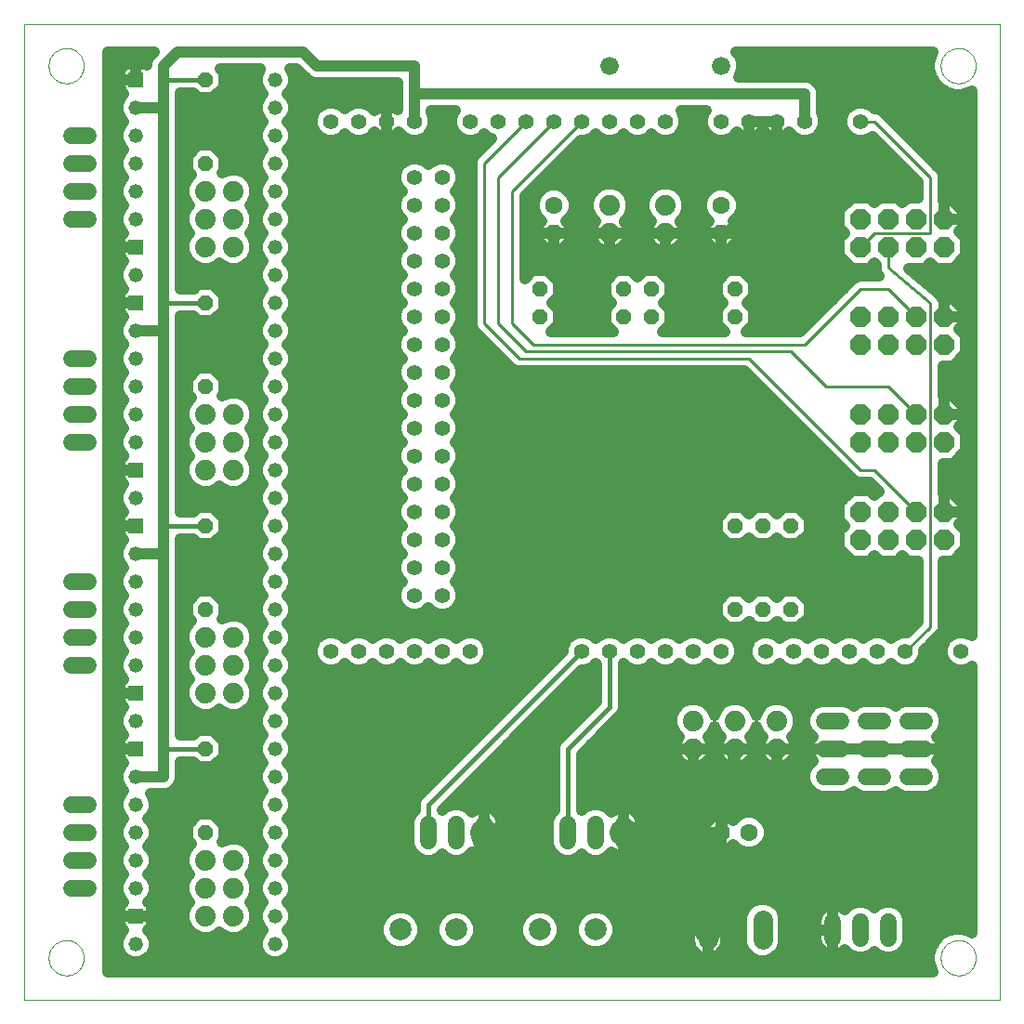
<source format=gbr>
G75*
G70*
%OFA0B0*%
%FSLAX24Y24*%
%IPPOS*%
%LPD*%
%AMOC8*
5,1,8,0,0,1.08239X$1,22.5*
%
%ADD10C,0.0000*%
%ADD11C,0.0600*%
%ADD12C,0.0554*%
%ADD13C,0.0705*%
%ADD14C,0.0787*%
%ADD15OC8,0.0630*%
%ADD16C,0.0630*%
%ADD17C,0.0660*%
%ADD18C,0.0594*%
%ADD19C,0.0520*%
%ADD20R,0.0520X0.0520*%
%ADD21OC8,0.0520*%
%ADD22OC8,0.0740*%
%ADD23C,0.0740*%
%ADD24C,0.0500*%
%ADD25C,0.0400*%
%ADD26C,0.0160*%
%ADD27C,0.1000*%
%ADD28C,0.0100*%
%ADD29C,0.0094*%
D10*
X000101Y000101D02*
X035101Y000101D01*
X035101Y035101D01*
X000101Y035101D01*
X000101Y000101D01*
X000971Y001601D02*
X000973Y001651D01*
X000979Y001701D01*
X000989Y001750D01*
X001003Y001798D01*
X001020Y001845D01*
X001041Y001890D01*
X001066Y001934D01*
X001094Y001975D01*
X001126Y002014D01*
X001160Y002051D01*
X001197Y002085D01*
X001237Y002115D01*
X001279Y002142D01*
X001323Y002166D01*
X001369Y002187D01*
X001416Y002203D01*
X001464Y002216D01*
X001514Y002225D01*
X001563Y002230D01*
X001614Y002231D01*
X001664Y002228D01*
X001713Y002221D01*
X001762Y002210D01*
X001810Y002195D01*
X001856Y002177D01*
X001901Y002155D01*
X001944Y002129D01*
X001985Y002100D01*
X002024Y002068D01*
X002060Y002033D01*
X002092Y001995D01*
X002122Y001955D01*
X002149Y001912D01*
X002172Y001868D01*
X002191Y001822D01*
X002207Y001774D01*
X002219Y001725D01*
X002227Y001676D01*
X002231Y001626D01*
X002231Y001576D01*
X002227Y001526D01*
X002219Y001477D01*
X002207Y001428D01*
X002191Y001380D01*
X002172Y001334D01*
X002149Y001290D01*
X002122Y001247D01*
X002092Y001207D01*
X002060Y001169D01*
X002024Y001134D01*
X001985Y001102D01*
X001944Y001073D01*
X001901Y001047D01*
X001856Y001025D01*
X001810Y001007D01*
X001762Y000992D01*
X001713Y000981D01*
X001664Y000974D01*
X001614Y000971D01*
X001563Y000972D01*
X001514Y000977D01*
X001464Y000986D01*
X001416Y000999D01*
X001369Y001015D01*
X001323Y001036D01*
X001279Y001060D01*
X001237Y001087D01*
X001197Y001117D01*
X001160Y001151D01*
X001126Y001188D01*
X001094Y001227D01*
X001066Y001268D01*
X001041Y001312D01*
X001020Y001357D01*
X001003Y001404D01*
X000989Y001452D01*
X000979Y001501D01*
X000973Y001551D01*
X000971Y001601D01*
X032971Y001601D02*
X032973Y001651D01*
X032979Y001701D01*
X032989Y001750D01*
X033003Y001798D01*
X033020Y001845D01*
X033041Y001890D01*
X033066Y001934D01*
X033094Y001975D01*
X033126Y002014D01*
X033160Y002051D01*
X033197Y002085D01*
X033237Y002115D01*
X033279Y002142D01*
X033323Y002166D01*
X033369Y002187D01*
X033416Y002203D01*
X033464Y002216D01*
X033514Y002225D01*
X033563Y002230D01*
X033614Y002231D01*
X033664Y002228D01*
X033713Y002221D01*
X033762Y002210D01*
X033810Y002195D01*
X033856Y002177D01*
X033901Y002155D01*
X033944Y002129D01*
X033985Y002100D01*
X034024Y002068D01*
X034060Y002033D01*
X034092Y001995D01*
X034122Y001955D01*
X034149Y001912D01*
X034172Y001868D01*
X034191Y001822D01*
X034207Y001774D01*
X034219Y001725D01*
X034227Y001676D01*
X034231Y001626D01*
X034231Y001576D01*
X034227Y001526D01*
X034219Y001477D01*
X034207Y001428D01*
X034191Y001380D01*
X034172Y001334D01*
X034149Y001290D01*
X034122Y001247D01*
X034092Y001207D01*
X034060Y001169D01*
X034024Y001134D01*
X033985Y001102D01*
X033944Y001073D01*
X033901Y001047D01*
X033856Y001025D01*
X033810Y001007D01*
X033762Y000992D01*
X033713Y000981D01*
X033664Y000974D01*
X033614Y000971D01*
X033563Y000972D01*
X033514Y000977D01*
X033464Y000986D01*
X033416Y000999D01*
X033369Y001015D01*
X033323Y001036D01*
X033279Y001060D01*
X033237Y001087D01*
X033197Y001117D01*
X033160Y001151D01*
X033126Y001188D01*
X033094Y001227D01*
X033066Y001268D01*
X033041Y001312D01*
X033020Y001357D01*
X033003Y001404D01*
X032989Y001452D01*
X032979Y001501D01*
X032973Y001551D01*
X032971Y001601D01*
X032971Y033601D02*
X032973Y033651D01*
X032979Y033701D01*
X032989Y033750D01*
X033003Y033798D01*
X033020Y033845D01*
X033041Y033890D01*
X033066Y033934D01*
X033094Y033975D01*
X033126Y034014D01*
X033160Y034051D01*
X033197Y034085D01*
X033237Y034115D01*
X033279Y034142D01*
X033323Y034166D01*
X033369Y034187D01*
X033416Y034203D01*
X033464Y034216D01*
X033514Y034225D01*
X033563Y034230D01*
X033614Y034231D01*
X033664Y034228D01*
X033713Y034221D01*
X033762Y034210D01*
X033810Y034195D01*
X033856Y034177D01*
X033901Y034155D01*
X033944Y034129D01*
X033985Y034100D01*
X034024Y034068D01*
X034060Y034033D01*
X034092Y033995D01*
X034122Y033955D01*
X034149Y033912D01*
X034172Y033868D01*
X034191Y033822D01*
X034207Y033774D01*
X034219Y033725D01*
X034227Y033676D01*
X034231Y033626D01*
X034231Y033576D01*
X034227Y033526D01*
X034219Y033477D01*
X034207Y033428D01*
X034191Y033380D01*
X034172Y033334D01*
X034149Y033290D01*
X034122Y033247D01*
X034092Y033207D01*
X034060Y033169D01*
X034024Y033134D01*
X033985Y033102D01*
X033944Y033073D01*
X033901Y033047D01*
X033856Y033025D01*
X033810Y033007D01*
X033762Y032992D01*
X033713Y032981D01*
X033664Y032974D01*
X033614Y032971D01*
X033563Y032972D01*
X033514Y032977D01*
X033464Y032986D01*
X033416Y032999D01*
X033369Y033015D01*
X033323Y033036D01*
X033279Y033060D01*
X033237Y033087D01*
X033197Y033117D01*
X033160Y033151D01*
X033126Y033188D01*
X033094Y033227D01*
X033066Y033268D01*
X033041Y033312D01*
X033020Y033357D01*
X033003Y033404D01*
X032989Y033452D01*
X032979Y033501D01*
X032973Y033551D01*
X032971Y033601D01*
X000971Y033601D02*
X000973Y033651D01*
X000979Y033701D01*
X000989Y033750D01*
X001003Y033798D01*
X001020Y033845D01*
X001041Y033890D01*
X001066Y033934D01*
X001094Y033975D01*
X001126Y034014D01*
X001160Y034051D01*
X001197Y034085D01*
X001237Y034115D01*
X001279Y034142D01*
X001323Y034166D01*
X001369Y034187D01*
X001416Y034203D01*
X001464Y034216D01*
X001514Y034225D01*
X001563Y034230D01*
X001614Y034231D01*
X001664Y034228D01*
X001713Y034221D01*
X001762Y034210D01*
X001810Y034195D01*
X001856Y034177D01*
X001901Y034155D01*
X001944Y034129D01*
X001985Y034100D01*
X002024Y034068D01*
X002060Y034033D01*
X002092Y033995D01*
X002122Y033955D01*
X002149Y033912D01*
X002172Y033868D01*
X002191Y033822D01*
X002207Y033774D01*
X002219Y033725D01*
X002227Y033676D01*
X002231Y033626D01*
X002231Y033576D01*
X002227Y033526D01*
X002219Y033477D01*
X002207Y033428D01*
X002191Y033380D01*
X002172Y033334D01*
X002149Y033290D01*
X002122Y033247D01*
X002092Y033207D01*
X002060Y033169D01*
X002024Y033134D01*
X001985Y033102D01*
X001944Y033073D01*
X001901Y033047D01*
X001856Y033025D01*
X001810Y033007D01*
X001762Y032992D01*
X001713Y032981D01*
X001664Y032974D01*
X001614Y032971D01*
X001563Y032972D01*
X001514Y032977D01*
X001464Y032986D01*
X001416Y032999D01*
X001369Y033015D01*
X001323Y033036D01*
X001279Y033060D01*
X001237Y033087D01*
X001197Y033117D01*
X001160Y033151D01*
X001126Y033188D01*
X001094Y033227D01*
X001066Y033268D01*
X001041Y033312D01*
X001020Y033357D01*
X001003Y033404D01*
X000989Y033452D01*
X000979Y033501D01*
X000973Y033551D01*
X000971Y033601D01*
D11*
X001801Y031101D02*
X002401Y031101D01*
X002401Y030101D02*
X001801Y030101D01*
X001801Y029101D02*
X002401Y029101D01*
X002401Y028101D02*
X001801Y028101D01*
X001801Y023101D02*
X002401Y023101D01*
X002401Y022101D02*
X001801Y022101D01*
X001801Y021101D02*
X002401Y021101D01*
X002401Y020101D02*
X001801Y020101D01*
X001801Y015101D02*
X002401Y015101D01*
X002401Y014101D02*
X001801Y014101D01*
X001801Y013101D02*
X002401Y013101D01*
X002401Y012101D02*
X001801Y012101D01*
X001801Y007101D02*
X002401Y007101D01*
X002401Y006101D02*
X001801Y006101D01*
X001801Y005101D02*
X002401Y005101D01*
X002401Y004101D02*
X001801Y004101D01*
X014601Y005801D02*
X014601Y006401D01*
X015601Y006401D02*
X015601Y005801D01*
X016601Y005801D02*
X016601Y006401D01*
X019601Y006401D02*
X019601Y005801D01*
X020601Y005801D02*
X020601Y006401D01*
X021601Y006401D02*
X021601Y005801D01*
X028801Y008101D02*
X029401Y008101D01*
X029401Y009101D02*
X028801Y009101D01*
X028801Y010101D02*
X029401Y010101D01*
X030301Y010101D02*
X030901Y010101D01*
X031801Y010101D02*
X032401Y010101D01*
X032401Y009101D02*
X031801Y009101D01*
X031801Y008101D02*
X032401Y008101D01*
X030901Y008101D02*
X030301Y008101D01*
X030301Y009101D02*
X030901Y009101D01*
D12*
X030701Y012601D03*
X031701Y012601D03*
X033701Y012601D03*
X029701Y012601D03*
X028701Y012601D03*
X027701Y012601D03*
X026701Y012601D03*
X025101Y012601D03*
X024101Y012601D03*
X023101Y012601D03*
X022101Y012601D03*
X021101Y012601D03*
X020101Y012601D03*
X016101Y012601D03*
X015101Y012601D03*
X014101Y012601D03*
X013101Y012601D03*
X012101Y012601D03*
X011101Y012601D03*
X014101Y014601D03*
X014101Y015601D03*
X014101Y016601D03*
X014101Y017601D03*
X014101Y018601D03*
X014101Y019601D03*
X014101Y020601D03*
X014101Y021601D03*
X014101Y022601D03*
X014101Y023601D03*
X014101Y024601D03*
X014101Y025601D03*
X014101Y026601D03*
X014101Y027601D03*
X014101Y028601D03*
X014101Y029601D03*
X015101Y029601D03*
X015101Y028601D03*
X015101Y027601D03*
X015101Y026601D03*
X015101Y025601D03*
X015101Y024601D03*
X015101Y023601D03*
X015101Y022601D03*
X015101Y021601D03*
X015101Y020601D03*
X015101Y019601D03*
X015101Y018601D03*
X015101Y017601D03*
X015101Y016601D03*
X015101Y015601D03*
X015101Y014601D03*
X014101Y031601D03*
X013101Y031601D03*
X012101Y031601D03*
X011101Y031601D03*
X016101Y031601D03*
X017101Y031601D03*
X018101Y031601D03*
X019101Y031601D03*
X020101Y031601D03*
X021101Y031601D03*
X022101Y031601D03*
X023101Y031601D03*
X025101Y031601D03*
X026101Y031601D03*
X027101Y031601D03*
X028101Y031601D03*
X030101Y031601D03*
D13*
X026585Y002953D02*
X026585Y002248D01*
X024617Y002248D02*
X024617Y002953D01*
D14*
X020592Y002611D03*
X018592Y002611D03*
X015592Y002611D03*
X013592Y002611D03*
D15*
X025101Y006101D03*
X025101Y027601D03*
X019101Y027601D03*
D16*
X019101Y028601D03*
X025101Y028601D03*
X026101Y006101D03*
D17*
X025101Y033601D03*
X021101Y033601D03*
D18*
X029101Y002898D02*
X029101Y002304D01*
X030101Y002304D02*
X030101Y002898D01*
X031101Y002898D02*
X031101Y002304D01*
D19*
X009101Y002101D03*
X009101Y003101D03*
X009101Y004101D03*
X009101Y005101D03*
X009101Y006101D03*
X009101Y007101D03*
X009101Y008101D03*
X009101Y009101D03*
X009101Y010101D03*
X009101Y011101D03*
X009101Y012101D03*
X009101Y013101D03*
X009101Y014101D03*
X009101Y015101D03*
X009101Y016101D03*
X009101Y017101D03*
X009101Y018101D03*
X009101Y019101D03*
X009101Y020101D03*
X009101Y021101D03*
X009101Y022101D03*
X009101Y023101D03*
X009101Y024101D03*
X009101Y025101D03*
X009101Y026101D03*
X009101Y027101D03*
X009101Y028101D03*
X009101Y029101D03*
X009101Y030101D03*
X009101Y031101D03*
X009101Y032101D03*
X009101Y033101D03*
X004101Y032101D03*
X004101Y031101D03*
X004101Y030101D03*
X004101Y029101D03*
X004101Y028101D03*
X004101Y026101D03*
X004101Y024101D03*
X004101Y023101D03*
X004101Y022101D03*
X004101Y021101D03*
X004101Y020101D03*
X004101Y018101D03*
X004101Y016101D03*
X004101Y015101D03*
X004101Y014101D03*
X004101Y013101D03*
X004101Y012101D03*
X004101Y010101D03*
X004101Y008101D03*
X004101Y007101D03*
X004101Y006101D03*
X004101Y005101D03*
X004101Y004101D03*
X004101Y002101D03*
D20*
X004101Y003101D03*
X004101Y009101D03*
X004101Y011101D03*
X004101Y017101D03*
X004101Y019101D03*
X004101Y025101D03*
X004101Y027101D03*
X004101Y033101D03*
D21*
X006601Y033101D03*
X006601Y030101D03*
X006601Y025101D03*
X006601Y022101D03*
X006601Y017101D03*
X006601Y014101D03*
X006601Y009101D03*
X006601Y006101D03*
X025601Y014101D03*
X026601Y014101D03*
X027601Y014101D03*
X027601Y017101D03*
X026601Y017101D03*
X025601Y017101D03*
X025601Y024601D03*
X025601Y025601D03*
X022601Y025601D03*
X021601Y025601D03*
X021601Y024601D03*
X022601Y024601D03*
X018601Y024601D03*
X018601Y025601D03*
D22*
X030101Y024601D03*
X030101Y023601D03*
X031101Y023601D03*
X031101Y024601D03*
X032101Y024601D03*
X033101Y024601D03*
X033101Y023601D03*
X032101Y023601D03*
X032101Y021101D03*
X033101Y021101D03*
X033101Y020101D03*
X032101Y020101D03*
X031101Y020101D03*
X031101Y021101D03*
X030101Y021101D03*
X030101Y020101D03*
X030101Y017601D03*
X030101Y016601D03*
X031101Y016601D03*
X031101Y017601D03*
X032101Y017601D03*
X033101Y017601D03*
X033101Y016601D03*
X032101Y016601D03*
X032101Y027101D03*
X033101Y027101D03*
X033101Y028101D03*
X032101Y028101D03*
X031101Y028101D03*
X031101Y027101D03*
X030101Y027101D03*
X030101Y028101D03*
D23*
X023101Y028601D03*
X023101Y027601D03*
X021101Y027601D03*
X021101Y028601D03*
X007601Y029101D03*
X007601Y028101D03*
X007601Y027101D03*
X006601Y027101D03*
X006601Y028101D03*
X006601Y029101D03*
X006601Y021101D03*
X006601Y020101D03*
X007601Y020101D03*
X007601Y021101D03*
X007601Y019101D03*
X006601Y019101D03*
X006601Y013101D03*
X007601Y013101D03*
X007601Y012101D03*
X007601Y011101D03*
X006601Y011101D03*
X006601Y012101D03*
X006601Y005101D03*
X007601Y005101D03*
X007601Y004101D03*
X007601Y003101D03*
X006601Y003101D03*
X006601Y004101D03*
X024101Y009101D03*
X024101Y010101D03*
X025601Y010101D03*
X025601Y009101D03*
X027101Y009101D03*
X027101Y010101D03*
D24*
X025101Y006101D02*
X024617Y005617D01*
X024617Y004101D01*
X024617Y002601D01*
D25*
X025269Y002601D01*
X025269Y002996D01*
X025258Y003081D01*
X025236Y003164D01*
X025203Y003243D01*
X025160Y003317D01*
X025108Y003384D01*
X025048Y003445D01*
X024980Y003497D01*
X024906Y003540D01*
X024827Y003572D01*
X024744Y003595D01*
X024659Y003606D01*
X024617Y003606D01*
X024617Y002601D01*
X024617Y002601D01*
X024616Y002601D01*
X024616Y002601D01*
X023964Y002601D01*
X023964Y002996D01*
X023975Y003081D01*
X023997Y003164D01*
X024030Y003243D01*
X024073Y003317D01*
X024125Y003384D01*
X024185Y003445D01*
X024253Y003497D01*
X024327Y003540D01*
X024406Y003572D01*
X024489Y003595D01*
X024574Y003606D01*
X024616Y003606D01*
X024616Y002601D01*
X023964Y002601D01*
X023964Y002205D01*
X023975Y002121D01*
X023997Y002038D01*
X024030Y001959D01*
X024073Y001885D01*
X024125Y001817D01*
X024185Y001757D01*
X024253Y001705D01*
X024327Y001662D01*
X024406Y001629D01*
X024489Y001607D01*
X024574Y001596D01*
X024616Y001596D01*
X024616Y002600D01*
X024617Y002600D01*
X024617Y001596D01*
X024659Y001596D01*
X024744Y001607D01*
X024827Y001629D01*
X024906Y001662D01*
X024980Y001705D01*
X025048Y001757D01*
X025108Y001817D01*
X025160Y001885D01*
X025203Y001959D01*
X025236Y002038D01*
X025258Y002121D01*
X025269Y002205D01*
X025269Y002601D01*
X024617Y002601D01*
X024616Y002492D02*
X024617Y002492D01*
X024616Y002891D02*
X024617Y002891D01*
X024616Y003289D02*
X024617Y003289D01*
X025176Y003289D02*
X025913Y003289D01*
X025950Y003378D02*
X025836Y003102D01*
X025836Y002099D01*
X025950Y001824D01*
X026161Y001613D01*
X026436Y001499D01*
X026734Y001499D01*
X027009Y001613D01*
X027220Y001824D01*
X027334Y002099D01*
X027334Y003102D01*
X027220Y003378D01*
X027009Y003589D01*
X026734Y003703D01*
X026436Y003703D01*
X026161Y003589D01*
X025950Y003378D01*
X025836Y002891D02*
X025269Y002891D01*
X025269Y002492D02*
X025836Y002492D01*
X025838Y002094D02*
X025251Y002094D01*
X024963Y001695D02*
X026079Y001695D01*
X027091Y001695D02*
X029758Y001695D01*
X029708Y001716D02*
X029963Y001610D01*
X030239Y001610D01*
X030494Y001716D01*
X030601Y001823D01*
X030708Y001716D01*
X030963Y001610D01*
X031239Y001610D01*
X031494Y001716D01*
X031689Y001911D01*
X031794Y002166D01*
X031794Y003036D01*
X031689Y003291D01*
X031494Y003486D01*
X031239Y003591D01*
X030963Y003591D01*
X030708Y003486D01*
X030601Y003379D01*
X030494Y003486D01*
X030239Y003591D01*
X029963Y003591D01*
X029708Y003486D01*
X029532Y003310D01*
X029490Y003353D01*
X029414Y003408D01*
X029330Y003451D01*
X029241Y003480D01*
X029148Y003494D01*
X029101Y003494D01*
X029101Y002601D01*
X029101Y002601D01*
X029101Y004101D01*
X024617Y004101D01*
X024057Y003289D02*
X021020Y003289D01*
X021040Y003281D02*
X020750Y003401D01*
X020435Y003401D01*
X020145Y003281D01*
X019922Y003058D01*
X019802Y002768D01*
X019802Y002453D01*
X019922Y002163D01*
X020145Y001940D01*
X020435Y001820D01*
X020750Y001820D01*
X021040Y001940D01*
X021263Y002163D01*
X021383Y002453D01*
X021383Y002768D01*
X021263Y003058D01*
X021040Y003281D01*
X021332Y002891D02*
X023964Y002891D01*
X023964Y002492D02*
X021383Y002492D01*
X021193Y002094D02*
X023982Y002094D01*
X024270Y001695D02*
X009624Y001695D01*
X009658Y001729D02*
X009758Y001970D01*
X009758Y002231D01*
X009658Y002473D01*
X009530Y002601D01*
X009658Y002729D01*
X009758Y002970D01*
X009758Y003231D01*
X009658Y003473D01*
X009530Y003601D01*
X009658Y003729D01*
X009758Y003970D01*
X009758Y004231D01*
X009658Y004473D01*
X009530Y004601D01*
X009658Y004729D01*
X009758Y004970D01*
X009758Y005231D01*
X009658Y005473D01*
X009530Y005601D01*
X009658Y005729D01*
X009758Y005970D01*
X009758Y006231D01*
X009658Y006473D01*
X009530Y006601D01*
X009658Y006729D01*
X009758Y006970D01*
X009758Y007231D01*
X009658Y007473D01*
X009530Y007601D01*
X009658Y007729D01*
X009758Y007970D01*
X009758Y008231D01*
X009658Y008473D01*
X009530Y008601D01*
X009658Y008729D01*
X009758Y008970D01*
X009758Y009231D01*
X009658Y009473D01*
X009530Y009601D01*
X009658Y009729D01*
X009758Y009970D01*
X009758Y010231D01*
X009658Y010473D01*
X009530Y010601D01*
X009658Y010729D01*
X009758Y010970D01*
X009758Y011231D01*
X009658Y011473D01*
X009530Y011601D01*
X009658Y011729D01*
X009758Y011970D01*
X009758Y012231D01*
X009658Y012473D01*
X009530Y012601D01*
X009658Y012729D01*
X009758Y012970D01*
X009758Y013231D01*
X009658Y013473D01*
X009530Y013601D01*
X009658Y013729D01*
X009758Y013970D01*
X009758Y014231D01*
X009658Y014473D01*
X009530Y014601D01*
X009658Y014729D01*
X009758Y014970D01*
X009758Y015231D01*
X009658Y015473D01*
X009530Y015601D01*
X009658Y015729D01*
X009758Y015970D01*
X009758Y016231D01*
X009658Y016473D01*
X009530Y016601D01*
X009658Y016729D01*
X009758Y016970D01*
X009758Y017231D01*
X009658Y017473D01*
X009530Y017601D01*
X009658Y017729D01*
X009758Y017970D01*
X009758Y018231D01*
X009658Y018473D01*
X009530Y018601D01*
X009658Y018729D01*
X009758Y018970D01*
X009758Y019231D01*
X013524Y019231D01*
X013529Y019219D02*
X013648Y019101D01*
X013529Y018983D01*
X013427Y018735D01*
X013427Y018467D01*
X013529Y018219D01*
X013648Y018101D01*
X013529Y017983D01*
X013427Y017735D01*
X013427Y017467D01*
X013529Y017219D01*
X013648Y017101D01*
X013529Y016983D01*
X013427Y016735D01*
X013427Y016467D01*
X013529Y016219D01*
X013648Y016101D01*
X013529Y015983D01*
X013427Y015735D01*
X013427Y015467D01*
X013529Y015219D01*
X013648Y015101D01*
X013529Y014983D01*
X013427Y014735D01*
X013427Y014467D01*
X013529Y014219D01*
X013719Y014029D01*
X013967Y013927D01*
X014235Y013927D01*
X014483Y014029D01*
X014601Y014148D01*
X014719Y014029D01*
X014967Y013927D01*
X015235Y013927D01*
X015483Y014029D01*
X015672Y014219D01*
X015775Y014467D01*
X015775Y014735D01*
X015672Y014983D01*
X015554Y015101D01*
X015672Y015219D01*
X015775Y015467D01*
X015775Y015735D01*
X015672Y015983D01*
X015554Y016101D01*
X015672Y016219D01*
X015775Y016467D01*
X015775Y016735D01*
X015672Y016983D01*
X015554Y017101D01*
X015672Y017219D01*
X015775Y017467D01*
X015775Y017735D01*
X015672Y017983D01*
X015554Y018101D01*
X015672Y018219D01*
X015775Y018467D01*
X015775Y018735D01*
X015672Y018983D01*
X015554Y019101D01*
X015672Y019219D01*
X015775Y019467D01*
X015775Y019735D01*
X015672Y019983D01*
X015554Y020101D01*
X015672Y020219D01*
X015775Y020467D01*
X015775Y020735D01*
X015672Y020983D01*
X015554Y021101D01*
X015672Y021219D01*
X015775Y021467D01*
X015775Y021735D01*
X015672Y021983D01*
X015554Y022101D01*
X015672Y022219D01*
X015775Y022467D01*
X015775Y022735D01*
X015672Y022983D01*
X015554Y023101D01*
X015672Y023219D01*
X015775Y023467D01*
X015775Y023735D01*
X015672Y023983D01*
X015554Y024101D01*
X015672Y024219D01*
X015775Y024467D01*
X015775Y024735D01*
X015672Y024983D01*
X015554Y025101D01*
X015672Y025219D01*
X015775Y025467D01*
X015775Y025735D01*
X015672Y025983D01*
X015554Y026101D01*
X015672Y026219D01*
X015775Y026467D01*
X015775Y026735D01*
X015672Y026983D01*
X015554Y027101D01*
X015672Y027219D01*
X015775Y027467D01*
X015775Y027735D01*
X015672Y027983D01*
X015554Y028101D01*
X015672Y028219D01*
X015775Y028467D01*
X015775Y028735D01*
X015672Y028983D01*
X015554Y029101D01*
X015672Y029219D01*
X015775Y029467D01*
X015775Y029735D01*
X015672Y029983D01*
X015483Y030172D01*
X015235Y030275D01*
X014967Y030275D01*
X014719Y030172D01*
X014601Y030054D01*
X014483Y030172D01*
X014235Y030275D01*
X013967Y030275D01*
X013719Y030172D01*
X013529Y029983D01*
X013427Y029735D01*
X013427Y029467D01*
X013529Y029219D01*
X013648Y029101D01*
X013529Y028983D01*
X013427Y028735D01*
X013427Y028467D01*
X013529Y028219D01*
X013648Y028101D01*
X013529Y027983D01*
X013427Y027735D01*
X013427Y027467D01*
X013529Y027219D01*
X013648Y027101D01*
X013529Y026983D01*
X013427Y026735D01*
X013427Y026467D01*
X013529Y026219D01*
X013648Y026101D01*
X013529Y025983D01*
X013427Y025735D01*
X013427Y025467D01*
X013529Y025219D01*
X013648Y025101D01*
X013529Y024983D01*
X013427Y024735D01*
X013427Y024467D01*
X013529Y024219D01*
X013648Y024101D01*
X013529Y023983D01*
X013427Y023735D01*
X013427Y023467D01*
X013529Y023219D01*
X013648Y023101D01*
X013529Y022983D01*
X013427Y022735D01*
X013427Y022467D01*
X013529Y022219D01*
X013648Y022101D01*
X013529Y021983D01*
X013427Y021735D01*
X013427Y021467D01*
X013529Y021219D01*
X013648Y021101D01*
X013529Y020983D01*
X013427Y020735D01*
X013427Y020467D01*
X013529Y020219D01*
X013648Y020101D01*
X013529Y019983D01*
X013427Y019735D01*
X013427Y019467D01*
X013529Y019219D01*
X013467Y018832D02*
X009701Y018832D01*
X009674Y018434D02*
X013440Y018434D01*
X013101Y018601D02*
X010101Y015601D01*
X010101Y006601D01*
X011601Y004601D01*
X017101Y004601D01*
X016831Y005245D02*
X016915Y005288D01*
X016992Y005343D01*
X017058Y005410D01*
X017114Y005486D01*
X017157Y005570D01*
X017186Y005660D01*
X017201Y005754D01*
X017201Y006101D01*
X017201Y006448D01*
X017186Y006541D01*
X017157Y006631D01*
X017114Y006715D01*
X017058Y006792D01*
X016992Y006858D01*
X016915Y006914D01*
X016831Y006957D01*
X016741Y006986D01*
X016648Y007001D01*
X016601Y007001D01*
X016601Y006101D01*
X017201Y006101D01*
X016601Y006101D01*
X016601Y006101D01*
X016601Y006101D01*
X016601Y007001D01*
X016554Y007001D01*
X016460Y006986D01*
X016370Y006957D01*
X016286Y006914D01*
X016210Y006858D01*
X016169Y006818D01*
X015996Y006991D01*
X015739Y007098D01*
X015462Y007098D01*
X015206Y006991D01*
X015101Y006886D01*
X015081Y006906D01*
X020101Y011927D01*
X020235Y011927D01*
X020483Y012029D01*
X020601Y012148D01*
X020624Y012124D01*
X020624Y010798D01*
X019197Y009371D01*
X019124Y009196D01*
X019124Y009006D01*
X019124Y006909D01*
X019010Y006796D01*
X018904Y006539D01*
X018904Y005662D01*
X019010Y005406D01*
X019206Y005210D01*
X019462Y005104D01*
X019739Y005104D01*
X019996Y005210D01*
X020101Y005315D01*
X020206Y005210D01*
X020462Y005104D01*
X020739Y005104D01*
X020996Y005210D01*
X021169Y005384D01*
X021210Y005343D01*
X021286Y005288D01*
X021370Y005245D01*
X021460Y005216D01*
X021554Y005201D01*
X021601Y005201D01*
X021648Y005201D01*
X021741Y005216D01*
X021831Y005245D01*
X021915Y005288D01*
X021992Y005343D01*
X022058Y005410D01*
X022114Y005486D01*
X022157Y005570D01*
X022186Y005660D01*
X022201Y005754D01*
X022201Y006101D01*
X022201Y006448D01*
X022186Y006541D01*
X022157Y006631D01*
X022114Y006715D01*
X022058Y006792D01*
X021992Y006858D01*
X021915Y006914D01*
X021831Y006957D01*
X021741Y006986D01*
X021648Y007001D01*
X021601Y007001D01*
X021601Y006101D01*
X021601Y006101D01*
X022201Y006101D01*
X021601Y006101D01*
X021601Y006101D01*
X021601Y007001D01*
X021554Y007001D01*
X021460Y006986D01*
X021370Y006957D01*
X021286Y006914D01*
X021210Y006858D01*
X021169Y006818D01*
X020996Y006991D01*
X020739Y007098D01*
X020462Y007098D01*
X020206Y006991D01*
X020101Y006886D01*
X020078Y006909D01*
X020078Y008903D01*
X021371Y010197D01*
X021505Y010331D01*
X021578Y010506D01*
X021578Y012124D01*
X021601Y012148D01*
X021719Y012029D01*
X021967Y011927D01*
X022235Y011927D01*
X022483Y012029D01*
X022601Y012148D01*
X022719Y012029D01*
X022967Y011927D01*
X023235Y011927D01*
X023483Y012029D01*
X023601Y012148D01*
X023719Y012029D01*
X023967Y011927D01*
X024235Y011927D01*
X024483Y012029D01*
X024601Y012148D01*
X024719Y012029D01*
X024967Y011927D01*
X025235Y011927D01*
X025483Y012029D01*
X025672Y012219D01*
X025775Y012467D01*
X025775Y012735D01*
X025672Y012983D01*
X025483Y013172D01*
X025235Y013275D01*
X024967Y013275D01*
X024719Y013172D01*
X024601Y013054D01*
X024483Y013172D01*
X024235Y013275D01*
X023967Y013275D01*
X023719Y013172D01*
X023601Y013054D01*
X023483Y013172D01*
X023235Y013275D01*
X022967Y013275D01*
X022719Y013172D01*
X022601Y013054D01*
X022483Y013172D01*
X022235Y013275D01*
X021967Y013275D01*
X021719Y013172D01*
X021601Y013054D01*
X021483Y013172D01*
X021235Y013275D01*
X020967Y013275D01*
X020719Y013172D01*
X020601Y013054D01*
X020483Y013172D01*
X020235Y013275D01*
X019967Y013275D01*
X019719Y013172D01*
X019529Y012983D01*
X019427Y012735D01*
X019427Y012601D01*
X014197Y007371D01*
X014124Y007196D01*
X014124Y007006D01*
X014124Y006909D01*
X014010Y006796D01*
X013904Y006539D01*
X013904Y005662D01*
X014010Y005406D01*
X014206Y005210D01*
X014462Y005104D01*
X014739Y005104D01*
X014996Y005210D01*
X015101Y005315D01*
X015206Y005210D01*
X015462Y005104D01*
X015739Y005104D01*
X015996Y005210D01*
X016169Y005384D01*
X016210Y005343D01*
X016286Y005288D01*
X016370Y005245D01*
X016460Y005216D01*
X016554Y005201D01*
X016601Y005201D01*
X016648Y005201D01*
X016741Y005216D01*
X016831Y005245D01*
X016904Y005282D02*
X019134Y005282D01*
X018904Y005680D02*
X017189Y005680D01*
X017201Y006079D02*
X018904Y006079D01*
X018904Y006477D02*
X017196Y006477D01*
X016967Y006876D02*
X019091Y006876D01*
X019124Y007275D02*
X015449Y007275D01*
X015847Y007673D02*
X019124Y007673D01*
X019124Y008072D02*
X016246Y008072D01*
X016644Y008470D02*
X019124Y008470D01*
X019124Y008869D02*
X017043Y008869D01*
X017442Y009267D02*
X019154Y009267D01*
X019491Y009666D02*
X017840Y009666D01*
X018239Y010064D02*
X019890Y010064D01*
X020289Y010463D02*
X018637Y010463D01*
X019036Y010861D02*
X020624Y010861D01*
X020624Y011260D02*
X019434Y011260D01*
X019833Y011659D02*
X020624Y011659D01*
X020624Y012057D02*
X020510Y012057D01*
X021578Y012057D02*
X021691Y012057D01*
X021578Y011659D02*
X034101Y011659D01*
X034083Y012029D02*
X034101Y012048D01*
X034101Y002498D01*
X033997Y002558D01*
X033736Y002628D01*
X033466Y002628D01*
X033204Y002558D01*
X032970Y002422D01*
X032779Y002231D01*
X032644Y001997D01*
X032574Y001736D01*
X032574Y001466D01*
X032644Y001204D01*
X032704Y001101D01*
X003101Y001101D01*
X003101Y034101D01*
X004757Y034101D01*
X004595Y033939D01*
X004504Y033719D01*
X004504Y033626D01*
X004503Y033627D01*
X004448Y033649D01*
X004390Y033661D01*
X004101Y033661D01*
X004101Y033101D01*
X004101Y033101D01*
X003101Y033101D01*
X003101Y027101D01*
X003101Y025101D01*
X003101Y019101D01*
X003101Y017101D01*
X003101Y011101D01*
X003101Y009101D01*
X003101Y003101D01*
X004101Y003101D01*
X004661Y003101D01*
X004661Y003390D01*
X004649Y003448D01*
X004627Y003503D01*
X004594Y003552D01*
X004552Y003594D01*
X004534Y003606D01*
X004658Y003729D01*
X004758Y003970D01*
X004758Y004231D01*
X004658Y004473D01*
X004530Y004601D01*
X004658Y004729D01*
X004758Y004970D01*
X004758Y005231D01*
X004658Y005473D01*
X004530Y005601D01*
X004658Y005729D01*
X004758Y005970D01*
X004758Y006231D01*
X004658Y006473D01*
X004530Y006601D01*
X004658Y006729D01*
X004758Y006970D01*
X004758Y007231D01*
X004658Y007473D01*
X004626Y007504D01*
X005219Y007504D01*
X005439Y007595D01*
X005607Y007763D01*
X005698Y007982D01*
X005698Y008219D01*
X005698Y008624D01*
X006149Y008624D01*
X006329Y008444D01*
X006873Y008444D01*
X007258Y008829D01*
X007258Y009373D01*
X006873Y009758D01*
X006329Y009758D01*
X006149Y009578D01*
X005698Y009578D01*
X005698Y016219D01*
X005698Y016624D01*
X006149Y016624D01*
X006329Y016444D01*
X006873Y016444D01*
X007258Y016829D01*
X007258Y017373D01*
X006873Y017758D01*
X006329Y017758D01*
X006149Y017578D01*
X005698Y017578D01*
X005698Y024219D01*
X005698Y024624D01*
X006149Y024624D01*
X006329Y024444D01*
X006873Y024444D01*
X007258Y024829D01*
X007258Y025373D01*
X006873Y025758D01*
X006329Y025758D01*
X006149Y025578D01*
X005698Y025578D01*
X005698Y031982D01*
X005698Y032624D01*
X006149Y032624D01*
X006329Y032444D01*
X006873Y032444D01*
X007258Y032829D01*
X007258Y033373D01*
X007126Y033504D01*
X008575Y033504D01*
X008544Y033473D01*
X008444Y033231D01*
X008444Y032970D01*
X008544Y032729D01*
X008672Y032601D01*
X008544Y032473D01*
X008444Y032231D01*
X008444Y031970D01*
X008544Y031729D01*
X008672Y031601D01*
X008544Y031473D01*
X008444Y031231D01*
X008444Y030970D01*
X008544Y030729D01*
X008672Y030601D01*
X008544Y030473D01*
X008444Y030231D01*
X008444Y029970D01*
X008544Y029729D01*
X008672Y029601D01*
X008544Y029473D01*
X008444Y029231D01*
X008444Y028970D01*
X008544Y028729D01*
X008672Y028601D01*
X008544Y028473D01*
X008444Y028231D01*
X008444Y027970D01*
X008544Y027729D01*
X008672Y027601D01*
X008544Y027473D01*
X008444Y027231D01*
X008444Y026970D01*
X008544Y026729D01*
X008672Y026601D01*
X008544Y026473D01*
X008444Y026231D01*
X008444Y025970D01*
X008544Y025729D01*
X008672Y025601D01*
X008544Y025473D01*
X008444Y025231D01*
X008444Y024970D01*
X008544Y024729D01*
X008672Y024601D01*
X008544Y024473D01*
X008444Y024231D01*
X008444Y023970D01*
X008544Y023729D01*
X008672Y023601D01*
X008544Y023473D01*
X008444Y023231D01*
X008444Y022970D01*
X008544Y022729D01*
X008672Y022601D01*
X008544Y022473D01*
X008444Y022231D01*
X008444Y021970D01*
X008544Y021729D01*
X008672Y021601D01*
X008544Y021473D01*
X008444Y021231D01*
X008444Y020970D01*
X008544Y020729D01*
X008672Y020601D01*
X008544Y020473D01*
X008444Y020231D01*
X008444Y019970D01*
X008544Y019729D01*
X008672Y019601D01*
X008544Y019473D01*
X008444Y019231D01*
X008368Y019231D01*
X008368Y019253D02*
X008251Y019535D01*
X008185Y019601D01*
X008251Y019666D01*
X008368Y019948D01*
X008368Y020253D01*
X008251Y020535D01*
X008185Y020601D01*
X008251Y020666D01*
X008368Y020948D01*
X008368Y021253D01*
X008251Y021535D01*
X008035Y021751D01*
X007753Y021868D01*
X007448Y021868D01*
X007189Y021760D01*
X007258Y021829D01*
X007258Y022373D01*
X006873Y022758D01*
X006329Y022758D01*
X005944Y022373D01*
X005944Y021829D01*
X006094Y021679D01*
X005951Y021535D01*
X005834Y021253D01*
X005834Y020948D01*
X005951Y020666D01*
X006016Y020601D01*
X005951Y020535D01*
X005834Y020253D01*
X005834Y019948D01*
X005951Y019666D01*
X006016Y019601D01*
X005951Y019535D01*
X005834Y019253D01*
X005834Y018948D01*
X005951Y018666D01*
X006166Y018451D01*
X006448Y018334D01*
X006753Y018334D01*
X007035Y018451D01*
X007101Y018516D01*
X007166Y018451D01*
X007448Y018334D01*
X007753Y018334D01*
X008035Y018451D01*
X008251Y018666D01*
X008368Y018948D01*
X008368Y019253D01*
X008444Y019231D02*
X008444Y018970D01*
X008544Y018729D01*
X008672Y018601D01*
X008544Y018473D01*
X008444Y018231D01*
X008444Y017970D01*
X008544Y017729D01*
X008672Y017601D01*
X008544Y017473D01*
X008444Y017231D01*
X008444Y016970D01*
X008544Y016729D01*
X008672Y016601D01*
X008544Y016473D01*
X008444Y016231D01*
X008444Y015970D01*
X008544Y015729D01*
X008672Y015601D01*
X008544Y015473D01*
X008444Y015231D01*
X008444Y014970D01*
X008544Y014729D01*
X008672Y014601D01*
X008544Y014473D01*
X008444Y014231D01*
X008444Y013970D01*
X008544Y013729D01*
X008672Y013601D01*
X008544Y013473D01*
X008444Y013231D01*
X008444Y012970D01*
X008544Y012729D01*
X008672Y012601D01*
X008544Y012473D01*
X008444Y012231D01*
X008444Y011970D01*
X008544Y011729D01*
X008672Y011601D01*
X008544Y011473D01*
X008444Y011231D01*
X008444Y010970D01*
X008544Y010729D01*
X008672Y010601D01*
X008544Y010473D01*
X008444Y010231D01*
X008444Y009970D01*
X008544Y009729D01*
X008672Y009601D01*
X008544Y009473D01*
X008444Y009231D01*
X008444Y008970D01*
X008544Y008729D01*
X008672Y008601D01*
X008544Y008473D01*
X008444Y008231D01*
X008444Y007970D01*
X008544Y007729D01*
X008672Y007601D01*
X008544Y007473D01*
X008444Y007231D01*
X008444Y006970D01*
X008544Y006729D01*
X008672Y006601D01*
X008544Y006473D01*
X008444Y006231D01*
X008444Y005970D01*
X008544Y005729D01*
X008672Y005601D01*
X008544Y005473D01*
X008444Y005231D01*
X008444Y004970D01*
X008544Y004729D01*
X008672Y004601D01*
X008544Y004473D01*
X008444Y004231D01*
X008444Y003970D01*
X008544Y003729D01*
X008672Y003601D01*
X008544Y003473D01*
X008444Y003231D01*
X008444Y002970D01*
X008544Y002729D01*
X008672Y002601D01*
X008544Y002473D01*
X008444Y002231D01*
X008444Y001970D01*
X008544Y001729D01*
X008729Y001544D01*
X008970Y001444D01*
X009231Y001444D01*
X009473Y001544D01*
X009658Y001729D01*
X009758Y002094D02*
X012992Y002094D01*
X012922Y002163D02*
X013145Y001940D01*
X013435Y001820D01*
X013750Y001820D01*
X014040Y001940D01*
X014263Y002163D01*
X014383Y002453D01*
X014383Y002768D01*
X014263Y003058D01*
X014040Y003281D01*
X013750Y003401D01*
X013435Y003401D01*
X013145Y003281D01*
X012922Y003058D01*
X012802Y002768D01*
X012802Y002453D01*
X012922Y002163D01*
X012802Y002492D02*
X009638Y002492D01*
X009725Y002891D02*
X012853Y002891D01*
X013165Y003289D02*
X009734Y003289D01*
X009617Y003688D02*
X026400Y003688D01*
X026770Y003688D02*
X034101Y003688D01*
X034101Y004086D02*
X009758Y004086D01*
X009646Y004485D02*
X034101Y004485D01*
X034101Y004883D02*
X009722Y004883D01*
X009737Y005282D02*
X014134Y005282D01*
X013904Y005680D02*
X009609Y005680D01*
X009758Y006079D02*
X013904Y006079D01*
X013904Y006477D02*
X009653Y006477D01*
X009719Y006876D02*
X014091Y006876D01*
X014157Y007275D02*
X009740Y007275D01*
X009602Y007673D02*
X014499Y007673D01*
X014897Y008072D02*
X009758Y008072D01*
X009659Y008470D02*
X015296Y008470D01*
X015694Y008869D02*
X009716Y008869D01*
X009743Y009267D02*
X016093Y009267D01*
X016491Y009666D02*
X009595Y009666D01*
X009758Y010064D02*
X016890Y010064D01*
X017289Y010463D02*
X009662Y010463D01*
X009713Y010861D02*
X017687Y010861D01*
X018086Y011260D02*
X009746Y011260D01*
X009587Y011659D02*
X018484Y011659D01*
X018883Y012057D02*
X016510Y012057D01*
X016483Y012029D02*
X016672Y012219D01*
X016775Y012467D01*
X016775Y012735D01*
X016672Y012983D01*
X016483Y013172D01*
X016235Y013275D01*
X015967Y013275D01*
X015719Y013172D01*
X015601Y013054D01*
X015483Y013172D01*
X015235Y013275D01*
X014967Y013275D01*
X014719Y013172D01*
X014601Y013054D01*
X014483Y013172D01*
X014235Y013275D01*
X013967Y013275D01*
X013719Y013172D01*
X013601Y013054D01*
X013483Y013172D01*
X013235Y013275D01*
X012967Y013275D01*
X012719Y013172D01*
X012601Y013054D01*
X012483Y013172D01*
X012235Y013275D01*
X011967Y013275D01*
X011719Y013172D01*
X011601Y013054D01*
X011483Y013172D01*
X011235Y013275D01*
X010967Y013275D01*
X010719Y013172D01*
X010529Y012983D01*
X010427Y012735D01*
X010427Y012467D01*
X010529Y012219D01*
X010719Y012029D01*
X010967Y011927D01*
X011235Y011927D01*
X011483Y012029D01*
X011601Y012148D01*
X011719Y012029D01*
X011967Y011927D01*
X012235Y011927D01*
X012483Y012029D01*
X012601Y012148D01*
X012719Y012029D01*
X012967Y011927D01*
X013235Y011927D01*
X013483Y012029D01*
X013601Y012148D01*
X013719Y012029D01*
X013967Y011927D01*
X014235Y011927D01*
X014483Y012029D01*
X014601Y012148D01*
X014719Y012029D01*
X014967Y011927D01*
X015235Y011927D01*
X015483Y012029D01*
X015601Y012148D01*
X015719Y012029D01*
X015967Y011927D01*
X016235Y011927D01*
X016483Y012029D01*
X016770Y012456D02*
X019281Y012456D01*
X019476Y012854D02*
X016725Y012854D01*
X016288Y013253D02*
X019913Y013253D01*
X020288Y013253D02*
X020913Y013253D01*
X021288Y013253D02*
X021913Y013253D01*
X022288Y013253D02*
X022913Y013253D01*
X023288Y013253D02*
X023913Y013253D01*
X024288Y013253D02*
X024913Y013253D01*
X025288Y013253D02*
X026513Y013253D01*
X026567Y013275D02*
X026319Y013172D01*
X026129Y012983D01*
X026027Y012735D01*
X026027Y012467D01*
X026129Y012219D01*
X026319Y012029D01*
X026567Y011927D01*
X026835Y011927D01*
X027083Y012029D01*
X027201Y012148D01*
X027319Y012029D01*
X027567Y011927D01*
X027835Y011927D01*
X028083Y012029D01*
X028201Y012148D01*
X028319Y012029D01*
X028567Y011927D01*
X028835Y011927D01*
X029083Y012029D01*
X029201Y012148D01*
X029319Y012029D01*
X029567Y011927D01*
X029835Y011927D01*
X030083Y012029D01*
X030201Y012148D01*
X030319Y012029D01*
X030567Y011927D01*
X030835Y011927D01*
X031083Y012029D01*
X031201Y012148D01*
X031319Y012029D01*
X031567Y011927D01*
X031835Y011927D01*
X032083Y012029D01*
X032272Y012219D01*
X032375Y012467D01*
X032375Y012623D01*
X032848Y013069D01*
X032854Y013072D01*
X032912Y013130D01*
X032972Y013187D01*
X032975Y013193D01*
X032980Y013198D01*
X033011Y013273D01*
X033045Y013349D01*
X033045Y013356D01*
X033048Y013362D01*
X033048Y013444D01*
X033050Y013527D01*
X033048Y013533D01*
X033048Y015834D01*
X033418Y015834D01*
X033868Y016283D01*
X033868Y016918D01*
X033617Y017169D01*
X033771Y017323D01*
X033771Y017601D01*
X033771Y017878D01*
X033378Y018271D01*
X033101Y018271D01*
X033101Y017601D01*
X033101Y017601D01*
X033771Y017601D01*
X033101Y017601D01*
X033101Y017601D01*
X034101Y017601D01*
X034101Y014351D01*
X032601Y012851D01*
X032601Y011601D01*
X033601Y010601D01*
X033601Y009101D01*
X032101Y009101D01*
X033001Y009101D01*
X033001Y009148D01*
X032986Y009241D01*
X032957Y009331D01*
X032914Y009415D01*
X032858Y009492D01*
X032818Y009532D01*
X032991Y009706D01*
X033098Y009962D01*
X033098Y010239D01*
X032991Y010496D01*
X032796Y010691D01*
X032539Y010798D01*
X031662Y010798D01*
X031406Y010691D01*
X031351Y010636D01*
X031296Y010691D01*
X031039Y010798D01*
X030162Y010798D01*
X029906Y010691D01*
X029851Y010636D01*
X029796Y010691D01*
X029539Y010798D01*
X028662Y010798D01*
X028406Y010691D01*
X028210Y010496D01*
X028104Y010239D01*
X028104Y009962D01*
X028210Y009706D01*
X028384Y009532D01*
X028343Y009492D01*
X028288Y009415D01*
X028245Y009331D01*
X028216Y009241D01*
X028201Y009148D01*
X028201Y009101D01*
X029100Y009101D01*
X029100Y009101D01*
X028201Y009101D01*
X028201Y009054D01*
X028216Y008960D01*
X028245Y008870D01*
X028288Y008786D01*
X028343Y008710D01*
X028384Y008669D01*
X028210Y008496D01*
X028104Y008239D01*
X028104Y007962D01*
X028210Y007706D01*
X028406Y007510D01*
X028662Y007404D01*
X029539Y007404D01*
X029796Y007510D01*
X029851Y007565D01*
X029906Y007510D01*
X030162Y007404D01*
X031039Y007404D01*
X031296Y007510D01*
X031351Y007565D01*
X031406Y007510D01*
X031662Y007404D01*
X032539Y007404D01*
X032796Y007510D01*
X032991Y007706D01*
X033098Y007962D01*
X033098Y008239D01*
X032991Y008496D01*
X032818Y008669D01*
X032858Y008710D01*
X032914Y008786D01*
X032957Y008870D01*
X032986Y008960D01*
X033001Y009054D01*
X033001Y009101D01*
X032101Y009101D01*
X032101Y009101D01*
X030601Y009101D01*
X031201Y009101D01*
X032100Y009101D01*
X032100Y009101D01*
X031201Y009101D01*
X030601Y009101D01*
X030601Y009101D01*
X029101Y009101D01*
X030001Y009101D01*
X030600Y009101D01*
X030600Y009101D01*
X030001Y009101D01*
X029101Y009101D01*
X029101Y009101D01*
X027101Y009101D01*
X027771Y009101D01*
X027771Y009145D01*
X027759Y009232D01*
X027737Y009317D01*
X027703Y009398D01*
X027659Y009474D01*
X027615Y009531D01*
X027751Y009666D01*
X027868Y009948D01*
X027868Y010253D01*
X027751Y010535D01*
X027535Y010751D01*
X027253Y010868D01*
X026948Y010868D01*
X026666Y010751D01*
X026451Y010535D01*
X026351Y010294D01*
X026251Y010535D01*
X026035Y010751D01*
X025753Y010868D01*
X025448Y010868D01*
X025166Y010751D01*
X024951Y010535D01*
X024851Y010294D01*
X024751Y010535D01*
X024535Y010751D01*
X024253Y010868D01*
X023948Y010868D01*
X023666Y010751D01*
X023451Y010535D01*
X023334Y010253D01*
X023334Y009948D01*
X023451Y009666D01*
X020840Y009666D01*
X020442Y009267D02*
X023452Y009267D01*
X023442Y009232D02*
X023431Y009145D01*
X023431Y009101D01*
X024100Y009101D01*
X024100Y009101D01*
X023431Y009101D01*
X023431Y009057D01*
X023442Y008970D01*
X023465Y008885D01*
X023499Y008804D01*
X023543Y008728D01*
X023596Y008658D01*
X023658Y008596D01*
X023728Y008543D01*
X023804Y008499D01*
X023885Y008465D01*
X023970Y008442D01*
X024057Y008431D01*
X024101Y008431D01*
X024145Y008431D01*
X024232Y008442D01*
X024317Y008465D01*
X024398Y008499D01*
X024474Y008543D01*
X024543Y008596D01*
X024606Y008658D01*
X024659Y008728D01*
X024703Y008804D01*
X024737Y008885D01*
X024759Y008970D01*
X024771Y009057D01*
X024771Y009101D01*
X024771Y009145D01*
X024759Y009232D01*
X024737Y009317D01*
X024703Y009398D01*
X024659Y009474D01*
X024615Y009531D01*
X024751Y009666D01*
X024851Y009908D01*
X024951Y009666D01*
X024750Y009666D01*
X024951Y009666D02*
X025086Y009531D01*
X025043Y009474D01*
X024999Y009398D01*
X024965Y009317D01*
X024942Y009232D01*
X024931Y009145D01*
X024931Y009101D01*
X025600Y009101D01*
X025600Y009101D01*
X024931Y009101D01*
X024931Y009057D01*
X024942Y008970D01*
X024965Y008885D01*
X024999Y008804D01*
X025043Y008728D01*
X025096Y008658D01*
X025158Y008596D01*
X025228Y008543D01*
X025304Y008499D01*
X025385Y008465D01*
X025470Y008442D01*
X025557Y008431D01*
X025601Y008431D01*
X025645Y008431D01*
X025732Y008442D01*
X025817Y008465D01*
X025898Y008499D01*
X025974Y008543D01*
X026043Y008596D01*
X026106Y008658D01*
X026159Y008728D01*
X026203Y008804D01*
X026237Y008885D01*
X026259Y008970D01*
X026271Y009057D01*
X026271Y009101D01*
X026271Y009145D01*
X026259Y009232D01*
X026237Y009317D01*
X026203Y009398D01*
X026159Y009474D01*
X026115Y009531D01*
X026251Y009666D01*
X026351Y009908D01*
X026451Y009666D01*
X026250Y009666D01*
X026451Y009666D02*
X026586Y009531D01*
X026543Y009474D01*
X026499Y009398D01*
X026465Y009317D01*
X026442Y009232D01*
X026431Y009145D01*
X026431Y009101D01*
X027100Y009101D01*
X027100Y009101D01*
X026431Y009101D01*
X026431Y009057D01*
X026442Y008970D01*
X026465Y008885D01*
X026499Y008804D01*
X026543Y008728D01*
X026596Y008658D01*
X026658Y008596D01*
X026728Y008543D01*
X026804Y008499D01*
X026885Y008465D01*
X026970Y008442D01*
X027057Y008431D01*
X027101Y008431D01*
X027145Y008431D01*
X027232Y008442D01*
X027317Y008465D01*
X027398Y008499D01*
X027474Y008543D01*
X027543Y008596D01*
X027606Y008658D01*
X027659Y008728D01*
X027703Y008804D01*
X027737Y008885D01*
X027759Y008970D01*
X027771Y009057D01*
X027771Y009101D01*
X027101Y009101D01*
X027101Y009101D01*
X025601Y009101D01*
X026271Y009101D01*
X025601Y009101D01*
X025601Y009101D01*
X025101Y006101D01*
X025101Y006101D01*
X025101Y006716D01*
X025356Y006716D01*
X025532Y006539D01*
X025698Y006704D01*
X025959Y006813D01*
X026242Y006813D01*
X026504Y006704D01*
X026704Y006504D01*
X026813Y006242D01*
X026813Y005959D01*
X026704Y005698D01*
X026504Y005497D01*
X026242Y005389D01*
X025959Y005389D01*
X025698Y005497D01*
X025532Y005663D01*
X025356Y005486D01*
X025101Y005486D01*
X025101Y006100D01*
X025101Y006100D01*
X025101Y005486D01*
X024846Y005486D01*
X024486Y005846D01*
X024486Y006101D01*
X025100Y006101D01*
X025100Y006101D01*
X024486Y006101D01*
X024486Y006356D01*
X024846Y006716D01*
X025101Y006716D01*
X025101Y006101D01*
X025101Y006079D02*
X025101Y006079D01*
X025101Y006477D02*
X025101Y006477D01*
X024608Y006477D02*
X022196Y006477D01*
X022201Y006079D02*
X024486Y006079D01*
X024651Y005680D02*
X022189Y005680D01*
X021904Y005282D02*
X034101Y005282D01*
X034101Y005680D02*
X026687Y005680D01*
X026813Y006079D02*
X034101Y006079D01*
X034101Y006477D02*
X026715Y006477D01*
X025101Y005680D02*
X025101Y005680D01*
X025601Y008431D02*
X025601Y009100D01*
X025601Y008431D01*
X025601Y008470D02*
X025601Y008470D01*
X025829Y008470D02*
X026872Y008470D01*
X027101Y008470D02*
X027101Y008470D01*
X027101Y008431D02*
X027101Y009100D01*
X027101Y009100D01*
X027101Y008431D01*
X027329Y008470D02*
X028200Y008470D01*
X028246Y008869D02*
X027730Y008869D01*
X027750Y009267D02*
X028224Y009267D01*
X028250Y009666D02*
X027750Y009666D01*
X027868Y010064D02*
X028104Y010064D01*
X028197Y010463D02*
X027781Y010463D01*
X027268Y010861D02*
X034101Y010861D01*
X034101Y010463D02*
X033005Y010463D01*
X033098Y010064D02*
X034101Y010064D01*
X034101Y009666D02*
X032951Y009666D01*
X032978Y009267D02*
X034101Y009267D01*
X034101Y008869D02*
X032956Y008869D01*
X033002Y008470D02*
X034101Y008470D01*
X034101Y008072D02*
X033098Y008072D01*
X032959Y007673D02*
X034101Y007673D01*
X034101Y007275D02*
X020078Y007275D01*
X020078Y007673D02*
X028243Y007673D01*
X028104Y008072D02*
X020078Y008072D01*
X020078Y008470D02*
X023872Y008470D01*
X024101Y008470D02*
X024101Y008470D01*
X024101Y008431D02*
X024101Y009100D01*
X024101Y009100D01*
X024101Y009101D02*
X024101Y009101D01*
X024771Y009101D01*
X024101Y009101D01*
X025601Y009101D01*
X025601Y009100D02*
X025601Y009100D01*
X025601Y008869D02*
X025601Y008869D01*
X025372Y008470D02*
X024329Y008470D01*
X024101Y008431D02*
X024101Y009100D01*
X024101Y008869D02*
X024101Y008869D01*
X023472Y008869D02*
X020078Y008869D01*
X021239Y010064D02*
X023334Y010064D01*
X023421Y010463D02*
X021560Y010463D01*
X021578Y010861D02*
X023933Y010861D01*
X024268Y010861D02*
X025433Y010861D01*
X025768Y010861D02*
X026933Y010861D01*
X026421Y010463D02*
X026281Y010463D01*
X026250Y009267D02*
X026452Y009267D01*
X026472Y008869D02*
X026230Y008869D01*
X027101Y008869D02*
X027101Y008869D01*
X024972Y008869D02*
X024730Y008869D01*
X024750Y009267D02*
X024952Y009267D01*
X024921Y010463D02*
X024781Y010463D01*
X023586Y009531D02*
X023543Y009474D01*
X023499Y009398D01*
X023465Y009317D01*
X023442Y009232D01*
X023586Y009531D02*
X023451Y009666D01*
X021578Y011260D02*
X034101Y011260D01*
X033835Y011927D02*
X034083Y012029D01*
X033835Y011927D02*
X033567Y011927D01*
X033319Y012029D01*
X033129Y012219D01*
X033027Y012467D01*
X033027Y012735D01*
X033129Y012983D01*
X033319Y013172D01*
X033567Y013275D01*
X033835Y013275D01*
X034083Y013172D01*
X034101Y013154D01*
X034101Y032704D01*
X033997Y032644D01*
X033736Y032574D01*
X033466Y032574D01*
X033204Y032644D01*
X032970Y032779D01*
X032779Y032970D01*
X032644Y033204D01*
X032574Y033466D01*
X032574Y033736D01*
X032644Y033997D01*
X032704Y034101D01*
X025629Y034101D01*
X025717Y034012D01*
X025828Y033745D01*
X025828Y033456D01*
X025720Y033198D01*
X027982Y033198D01*
X028219Y033198D01*
X028439Y033107D01*
X028607Y032939D01*
X028698Y032719D01*
X028698Y031921D01*
X028775Y031735D01*
X028775Y031467D01*
X028672Y031219D01*
X028483Y031029D01*
X028235Y030927D01*
X027967Y030927D01*
X027719Y031029D01*
X027532Y031216D01*
X027477Y031161D01*
X027403Y031107D01*
X027322Y031066D01*
X027236Y031038D01*
X027146Y031024D01*
X027101Y031024D01*
X027101Y031600D01*
X027101Y031600D01*
X027101Y031024D01*
X027055Y031024D01*
X026966Y031038D01*
X026879Y031066D01*
X026798Y031107D01*
X026725Y031161D01*
X026661Y031225D01*
X026607Y031298D01*
X026601Y031311D01*
X026594Y031298D01*
X026541Y031225D01*
X026477Y031161D01*
X026403Y031107D01*
X026322Y031066D01*
X026236Y031038D01*
X026146Y031024D01*
X026101Y031024D01*
X026101Y031600D01*
X026101Y031600D01*
X026101Y031024D01*
X026055Y031024D01*
X025966Y031038D01*
X025879Y031066D01*
X025798Y031107D01*
X025725Y031161D01*
X025669Y031216D01*
X025483Y031029D01*
X025235Y030927D01*
X024967Y030927D01*
X024719Y031029D01*
X024529Y031219D01*
X024427Y031467D01*
X024427Y031735D01*
X024529Y031983D01*
X024551Y032004D01*
X023651Y032004D01*
X023672Y031983D01*
X023775Y031735D01*
X023775Y031467D01*
X023672Y031219D01*
X023483Y031029D01*
X023235Y030927D01*
X022967Y030927D01*
X022719Y031029D01*
X022601Y031148D01*
X022483Y031029D01*
X022235Y030927D01*
X021967Y030927D01*
X021719Y031029D01*
X021601Y031148D01*
X021483Y031029D01*
X021235Y030927D01*
X020967Y030927D01*
X020719Y031029D01*
X020601Y031148D01*
X020483Y031029D01*
X020235Y030927D01*
X020055Y030927D01*
X018045Y028917D01*
X018045Y025974D01*
X018329Y026258D01*
X018873Y026258D01*
X019258Y025873D01*
X019258Y025329D01*
X019030Y025101D01*
X019258Y024873D01*
X019258Y024329D01*
X018976Y024048D01*
X021225Y024048D01*
X020944Y024329D01*
X020944Y024873D01*
X021172Y025101D01*
X020944Y025329D01*
X020944Y025873D01*
X021329Y026258D01*
X021873Y026258D01*
X022101Y026030D01*
X022329Y026258D01*
X022873Y026258D01*
X023258Y025873D01*
X023258Y025329D01*
X023030Y025101D01*
X023258Y024873D01*
X023258Y024329D01*
X022976Y024048D01*
X025225Y024048D01*
X024944Y024329D01*
X024944Y024873D01*
X025172Y025101D01*
X024944Y025329D01*
X024944Y025873D01*
X025329Y026258D01*
X025873Y026258D01*
X026258Y025873D01*
X026258Y025329D01*
X026030Y025101D01*
X026258Y024873D01*
X026258Y024329D01*
X025976Y024048D01*
X027916Y024048D01*
X029722Y025854D01*
X029848Y025980D01*
X030012Y026048D01*
X030767Y026048D01*
X030746Y026064D01*
X030737Y026083D01*
X030722Y026098D01*
X030696Y026161D01*
X030664Y026222D01*
X030662Y026243D01*
X030654Y026262D01*
X030654Y026330D01*
X030648Y026399D01*
X030654Y026419D01*
X030654Y026463D01*
X030601Y026516D01*
X030418Y026334D01*
X029783Y026334D01*
X029334Y026783D01*
X029334Y027418D01*
X029516Y027601D01*
X029334Y027783D01*
X029334Y028418D01*
X029783Y028868D01*
X030418Y028868D01*
X030601Y028685D01*
X030783Y028868D01*
X031418Y028868D01*
X031601Y028685D01*
X031783Y028868D01*
X032154Y028868D01*
X032154Y029416D01*
X030511Y031058D01*
X030483Y031029D01*
X030235Y030927D01*
X029967Y030927D01*
X029719Y031029D01*
X029529Y031219D01*
X029427Y031467D01*
X029427Y031735D01*
X029529Y031983D01*
X029719Y032172D01*
X029967Y032275D01*
X030235Y032275D01*
X030483Y032172D01*
X030607Y032048D01*
X030690Y032048D01*
X030854Y031980D01*
X032854Y029980D01*
X032980Y029854D01*
X033048Y029690D01*
X033048Y028771D01*
X033101Y028771D01*
X033101Y028101D01*
X033101Y028101D01*
X033771Y028101D01*
X033771Y028378D01*
X033378Y028771D01*
X033101Y028771D01*
X033101Y028101D01*
X033101Y028101D01*
X034101Y028101D01*
X034101Y024601D01*
X034101Y021101D01*
X034101Y017601D01*
X034101Y017637D02*
X033771Y017637D01*
X033614Y018035D02*
X034101Y018035D01*
X034101Y018434D02*
X033048Y018434D01*
X033048Y018271D02*
X033048Y019334D01*
X033418Y019334D01*
X033868Y019783D01*
X033868Y020418D01*
X033617Y020669D01*
X033771Y020823D01*
X033771Y021101D01*
X033771Y021378D01*
X033378Y021771D01*
X033101Y021771D01*
X033101Y021101D01*
X033101Y021101D01*
X033771Y021101D01*
X033101Y021101D01*
X033101Y021101D01*
X034101Y021101D01*
X034101Y021224D02*
X033771Y021224D01*
X033771Y020825D02*
X034101Y020825D01*
X034101Y020426D02*
X033859Y020426D01*
X033868Y020028D02*
X034101Y020028D01*
X034101Y019629D02*
X033714Y019629D01*
X034101Y019231D02*
X033048Y019231D01*
X033048Y018832D02*
X034101Y018832D01*
X033101Y018271D02*
X033048Y018271D01*
X033101Y018271D02*
X033101Y017601D01*
X033101Y017637D02*
X033101Y017637D01*
X033101Y018035D02*
X033101Y018035D01*
X033686Y017238D02*
X034101Y017238D01*
X034101Y016840D02*
X033868Y016840D01*
X033868Y016441D02*
X034101Y016441D01*
X034101Y016043D02*
X033627Y016043D01*
X034101Y015644D02*
X033048Y015644D01*
X033048Y015245D02*
X034101Y015245D01*
X034101Y014847D02*
X033048Y014847D01*
X033048Y014448D02*
X034101Y014448D01*
X034101Y014050D02*
X033048Y014050D01*
X033048Y013651D02*
X034101Y013651D01*
X034101Y013253D02*
X033888Y013253D01*
X033513Y013253D02*
X033002Y013253D01*
X033076Y012854D02*
X032620Y012854D01*
X032370Y012456D02*
X033031Y012456D01*
X033291Y012057D02*
X032110Y012057D01*
X031291Y012057D02*
X031110Y012057D01*
X030291Y012057D02*
X030110Y012057D01*
X029291Y012057D02*
X029110Y012057D01*
X028291Y012057D02*
X028110Y012057D01*
X027291Y012057D02*
X027110Y012057D01*
X026291Y012057D02*
X025510Y012057D01*
X025770Y012456D02*
X026031Y012456D01*
X026076Y012854D02*
X025725Y012854D01*
X025873Y013444D02*
X025329Y013444D01*
X024944Y013829D01*
X024944Y014373D01*
X025329Y014758D01*
X025873Y014758D01*
X026101Y014530D01*
X026329Y014758D01*
X026873Y014758D01*
X027101Y014530D01*
X027329Y014758D01*
X027873Y014758D01*
X028258Y014373D01*
X028258Y013829D01*
X027873Y013444D01*
X027329Y013444D01*
X027101Y013672D01*
X026873Y013444D01*
X026329Y013444D01*
X026101Y013672D01*
X025873Y013444D01*
X026080Y013651D02*
X026121Y013651D01*
X026567Y013275D02*
X026835Y013275D01*
X027083Y013172D01*
X027201Y013054D01*
X027319Y013172D01*
X027567Y013275D01*
X027835Y013275D01*
X028083Y013172D01*
X028201Y013054D01*
X028319Y013172D01*
X028567Y013275D01*
X028835Y013275D01*
X029083Y013172D01*
X029201Y013054D01*
X029319Y013172D01*
X029567Y013275D01*
X029835Y013275D01*
X030083Y013172D01*
X030201Y013054D01*
X030319Y013172D01*
X030567Y013275D01*
X030835Y013275D01*
X031083Y013172D01*
X031201Y013054D01*
X031319Y013172D01*
X031567Y013275D01*
X031764Y013275D01*
X032154Y013643D01*
X032154Y015834D01*
X031783Y015834D01*
X031601Y016016D01*
X031418Y015834D01*
X030783Y015834D01*
X030601Y016016D01*
X030418Y015834D01*
X029783Y015834D01*
X029334Y016283D01*
X029334Y016918D01*
X029516Y017101D01*
X029334Y017283D01*
X029334Y017918D01*
X029783Y018368D01*
X030418Y018368D01*
X030601Y018185D01*
X030743Y018327D01*
X030416Y018654D01*
X030190Y018654D01*
X030012Y018654D01*
X029848Y018722D01*
X025916Y022654D01*
X017940Y022654D01*
X017762Y022654D01*
X017598Y022722D01*
X016222Y024098D01*
X016154Y024262D01*
X016154Y024440D01*
X016157Y024446D01*
X016157Y030189D01*
X016224Y030352D01*
X016349Y030477D01*
X016848Y030976D01*
X016719Y031029D01*
X016601Y031148D01*
X016483Y031029D01*
X016235Y030927D01*
X015967Y030927D01*
X015719Y031029D01*
X015529Y031219D01*
X015427Y031467D01*
X015427Y031735D01*
X015529Y031983D01*
X015551Y032004D01*
X014698Y032004D01*
X014698Y031921D01*
X014775Y031735D01*
X014775Y031467D01*
X014672Y031219D01*
X014483Y031029D01*
X014235Y030927D01*
X013967Y030927D01*
X013719Y031029D01*
X013532Y031216D01*
X013477Y031161D01*
X013403Y031107D01*
X013322Y031066D01*
X013236Y031038D01*
X013146Y031024D01*
X013101Y031024D01*
X013101Y031600D01*
X013101Y031600D01*
X013101Y031024D01*
X013055Y031024D01*
X012966Y031038D01*
X012879Y031066D01*
X012798Y031107D01*
X012725Y031161D01*
X012669Y031216D01*
X012483Y031029D01*
X012235Y030927D01*
X011967Y030927D01*
X011719Y031029D01*
X011601Y031148D01*
X011483Y031029D01*
X011235Y030927D01*
X010967Y030927D01*
X010719Y031029D01*
X010529Y031219D01*
X010427Y031467D01*
X010427Y031735D01*
X010529Y031983D01*
X010719Y032172D01*
X010967Y032275D01*
X011235Y032275D01*
X011483Y032172D01*
X011601Y032054D01*
X011719Y032172D01*
X011967Y032275D01*
X012235Y032275D01*
X012483Y032172D01*
X012669Y031985D01*
X012725Y032041D01*
X012798Y032094D01*
X012879Y032136D01*
X012966Y032164D01*
X013055Y032178D01*
X013101Y032178D01*
X013101Y031601D01*
X013101Y031601D01*
X013101Y018601D01*
X013582Y018035D02*
X009758Y018035D01*
X009566Y017637D02*
X013427Y017637D01*
X013521Y017238D02*
X009755Y017238D01*
X009704Y016840D02*
X013470Y016840D01*
X013437Y016441D02*
X009671Y016441D01*
X009758Y016043D02*
X013589Y016043D01*
X013427Y015644D02*
X009573Y015644D01*
X009752Y015245D02*
X013518Y015245D01*
X013473Y014847D02*
X009707Y014847D01*
X009668Y014448D02*
X013434Y014448D01*
X013699Y014050D02*
X009758Y014050D01*
X009580Y013651D02*
X025121Y013651D01*
X024944Y014050D02*
X015503Y014050D01*
X015767Y014448D02*
X025019Y014448D01*
X025329Y016444D02*
X025873Y016444D01*
X026101Y016672D01*
X026329Y016444D01*
X026873Y016444D01*
X027101Y016672D01*
X027329Y016444D01*
X027873Y016444D01*
X028258Y016829D01*
X028258Y017373D01*
X027873Y017758D01*
X027329Y017758D01*
X027101Y017530D01*
X026873Y017758D01*
X026329Y017758D01*
X026101Y017530D01*
X025873Y017758D01*
X025329Y017758D01*
X024944Y017373D01*
X024944Y016829D01*
X025329Y016444D01*
X024944Y016840D02*
X015731Y016840D01*
X015764Y016441D02*
X029334Y016441D01*
X029334Y016840D02*
X028258Y016840D01*
X028258Y017238D02*
X029379Y017238D01*
X029334Y017637D02*
X027994Y017637D01*
X027208Y017637D02*
X026994Y017637D01*
X026208Y017637D02*
X025994Y017637D01*
X025208Y017637D02*
X015775Y017637D01*
X015619Y018035D02*
X029451Y018035D01*
X029737Y018832D02*
X015734Y018832D01*
X015761Y018434D02*
X030636Y018434D01*
X029339Y019231D02*
X015677Y019231D01*
X015775Y019629D02*
X028940Y019629D01*
X028542Y020028D02*
X015627Y020028D01*
X015758Y020426D02*
X028143Y020426D01*
X027745Y020825D02*
X015737Y020825D01*
X015674Y021224D02*
X027346Y021224D01*
X026947Y021622D02*
X015775Y021622D01*
X015634Y022021D02*
X026549Y022021D01*
X026150Y022419D02*
X015755Y022419D01*
X015740Y022818D02*
X017502Y022818D01*
X017103Y023216D02*
X015669Y023216D01*
X015775Y023615D02*
X016705Y023615D01*
X016306Y024013D02*
X015641Y024013D01*
X015752Y024412D02*
X016154Y024412D01*
X016157Y024810D02*
X015743Y024810D01*
X015662Y025209D02*
X016157Y025209D01*
X016157Y025608D02*
X015775Y025608D01*
X015649Y026006D02*
X016157Y026006D01*
X016157Y026405D02*
X015749Y026405D01*
X015746Y026803D02*
X016157Y026803D01*
X016157Y027202D02*
X015655Y027202D01*
X015775Y027600D02*
X016157Y027600D01*
X016157Y027999D02*
X015656Y027999D01*
X015746Y028397D02*
X016157Y028397D01*
X016157Y028796D02*
X015749Y028796D01*
X015648Y029194D02*
X016157Y029194D01*
X016157Y029593D02*
X015775Y029593D01*
X015663Y029992D02*
X016157Y029992D01*
X016262Y030390D02*
X009692Y030390D01*
X009658Y030473D02*
X009530Y030601D01*
X009658Y030729D01*
X009758Y030970D01*
X009758Y031231D01*
X009658Y031473D01*
X009530Y031601D01*
X009658Y031729D01*
X009758Y031970D01*
X009758Y032231D01*
X009658Y032473D01*
X009530Y032601D01*
X009658Y032729D01*
X009758Y032970D01*
X009758Y033231D01*
X009658Y033473D01*
X009626Y033504D01*
X009854Y033504D01*
X010095Y033263D01*
X010263Y033095D01*
X010482Y033004D01*
X013504Y033004D01*
X013504Y032719D01*
X013504Y032014D01*
X013477Y032041D01*
X013403Y032094D01*
X013322Y032136D01*
X013236Y032164D01*
X013146Y032178D01*
X013101Y032178D01*
X013101Y031601D01*
X013101Y031586D02*
X013101Y031586D01*
X013101Y031984D02*
X013101Y031984D01*
X013504Y032383D02*
X009695Y032383D01*
X009758Y031984D02*
X010531Y031984D01*
X010427Y031586D02*
X009545Y031586D01*
X009758Y031187D02*
X010561Y031187D01*
X009682Y030789D02*
X016661Y030789D01*
X015561Y031187D02*
X014640Y031187D01*
X014775Y031586D02*
X015427Y031586D01*
X015531Y031984D02*
X014698Y031984D01*
X014101Y031601D02*
X014101Y032601D01*
X014101Y033601D01*
X010601Y033601D01*
X010101Y034101D01*
X005601Y034101D01*
X005101Y033601D01*
X005101Y033101D01*
X005101Y032101D01*
X005101Y025101D01*
X005101Y024101D01*
X005101Y017101D01*
X005101Y016101D01*
X005101Y009101D01*
X005101Y008101D01*
X004101Y008101D01*
X003444Y008072D02*
X003101Y008072D01*
X003444Y007970D02*
X003544Y007729D01*
X003672Y007601D01*
X003544Y007473D01*
X003444Y007231D01*
X003444Y006970D01*
X003544Y006729D01*
X003672Y006601D01*
X003544Y006473D01*
X003444Y006231D01*
X003444Y005970D01*
X003544Y005729D01*
X003672Y005601D01*
X003544Y005473D01*
X003444Y005231D01*
X003444Y004970D01*
X003544Y004729D01*
X003672Y004601D01*
X003544Y004473D01*
X003444Y004231D01*
X003444Y003970D01*
X003544Y003729D01*
X003667Y003606D01*
X003650Y003594D01*
X003608Y003552D01*
X003575Y003503D01*
X003552Y003448D01*
X003541Y003390D01*
X003541Y003101D01*
X004100Y003101D01*
X004100Y003101D01*
X003541Y003101D01*
X003541Y002811D01*
X003552Y002753D01*
X003575Y002699D01*
X003608Y002650D01*
X003650Y002608D01*
X003667Y002596D01*
X003544Y002473D01*
X003444Y002231D01*
X003444Y001970D01*
X003544Y001729D01*
X003729Y001544D01*
X003970Y001444D01*
X004231Y001444D01*
X004473Y001544D01*
X004658Y001729D01*
X004758Y001970D01*
X004758Y002231D01*
X004658Y002473D01*
X004534Y002596D01*
X004552Y002608D01*
X004594Y002650D01*
X004627Y002699D01*
X004649Y002753D01*
X004661Y002811D01*
X004661Y003101D01*
X004101Y003101D01*
X004101Y003101D01*
X005101Y003101D01*
X005101Y001101D01*
X011601Y001101D01*
X011601Y004601D01*
X014020Y003289D02*
X015165Y003289D01*
X015145Y003281D02*
X014922Y003058D01*
X014802Y002768D01*
X014802Y002453D01*
X014922Y002163D01*
X015145Y001940D01*
X015435Y001820D01*
X015750Y001820D01*
X016040Y001940D01*
X016263Y002163D01*
X016383Y002453D01*
X016383Y002768D01*
X016263Y003058D01*
X016040Y003281D01*
X015750Y003401D01*
X015435Y003401D01*
X015145Y003281D01*
X014853Y002891D02*
X014332Y002891D01*
X014383Y002492D02*
X014802Y002492D01*
X014992Y002094D02*
X014193Y002094D01*
X016193Y002094D02*
X017992Y002094D01*
X017922Y002163D02*
X018145Y001940D01*
X018435Y001820D01*
X018750Y001820D01*
X019040Y001940D01*
X019263Y002163D01*
X019383Y002453D01*
X019383Y002768D01*
X019263Y003058D01*
X019040Y003281D01*
X018750Y003401D01*
X018435Y003401D01*
X018145Y003281D01*
X017922Y003058D01*
X017802Y002768D01*
X017802Y002453D01*
X017922Y002163D01*
X017802Y002492D02*
X016383Y002492D01*
X016332Y002891D02*
X017853Y002891D01*
X018165Y003289D02*
X016020Y003289D01*
X016601Y005201D02*
X016601Y006100D01*
X016601Y005201D01*
X016601Y005282D02*
X016601Y005282D01*
X016298Y005282D02*
X016067Y005282D01*
X016601Y005680D02*
X016601Y005680D01*
X016601Y006079D02*
X016601Y006079D01*
X016601Y006100D02*
X016601Y006100D01*
X016601Y006477D02*
X016601Y006477D01*
X016601Y006876D02*
X016601Y006876D01*
X016234Y006876D02*
X016111Y006876D01*
X015134Y005282D02*
X015067Y005282D01*
X019020Y003289D02*
X020165Y003289D01*
X019853Y002891D02*
X019332Y002891D01*
X019383Y002492D02*
X019802Y002492D01*
X019992Y002094D02*
X019193Y002094D01*
X021601Y005201D02*
X021601Y006100D01*
X021601Y005201D01*
X021601Y005282D02*
X021601Y005282D01*
X021298Y005282D02*
X021067Y005282D01*
X021601Y005680D02*
X021601Y005680D01*
X021601Y006079D02*
X021601Y006079D01*
X021601Y006100D02*
X021601Y006100D01*
X021601Y006477D02*
X021601Y006477D01*
X021601Y006876D02*
X021601Y006876D01*
X021967Y006876D02*
X034101Y006876D01*
X034101Y003289D02*
X031689Y003289D01*
X031794Y002891D02*
X034101Y002891D01*
X033091Y002492D02*
X031794Y002492D01*
X031764Y002094D02*
X032700Y002094D01*
X032574Y001695D02*
X031443Y001695D01*
X030758Y001695D02*
X030443Y001695D01*
X029708Y001716D02*
X029532Y001891D01*
X029490Y001849D01*
X029414Y001793D01*
X029330Y001751D01*
X029241Y001722D01*
X029148Y001707D01*
X029101Y001707D01*
X029101Y002600D01*
X029101Y002600D01*
X029101Y001707D01*
X029054Y001707D01*
X028961Y001722D01*
X028872Y001751D01*
X028788Y001793D01*
X028712Y001849D01*
X028646Y001915D01*
X028590Y001991D01*
X028548Y002075D01*
X028519Y002164D01*
X028504Y002257D01*
X028504Y002601D01*
X029100Y002601D01*
X029100Y002601D01*
X028504Y002601D01*
X028504Y002945D01*
X028519Y003037D01*
X028548Y003127D01*
X028590Y003210D01*
X028646Y003286D01*
X028712Y003353D01*
X028788Y003408D01*
X028872Y003451D01*
X028961Y003480D01*
X029054Y003494D01*
X029101Y003494D01*
X029101Y002601D01*
X029101Y002492D02*
X029101Y002492D01*
X029101Y002891D02*
X029101Y002891D01*
X029101Y003289D02*
X029101Y003289D01*
X028648Y003289D02*
X027257Y003289D01*
X027334Y002891D02*
X028504Y002891D01*
X028504Y002492D02*
X027334Y002492D01*
X027332Y002094D02*
X028542Y002094D01*
X029101Y002094D02*
X029101Y002094D01*
X032619Y001296D02*
X003101Y001296D01*
X003101Y001695D02*
X003578Y001695D01*
X003444Y002094D02*
X003101Y002094D01*
X003101Y002492D02*
X003563Y002492D01*
X003541Y002891D02*
X003101Y002891D01*
X003101Y003289D02*
X003541Y003289D01*
X003585Y003688D02*
X003101Y003688D01*
X003101Y004086D02*
X003444Y004086D01*
X003556Y004485D02*
X003101Y004485D01*
X003101Y004883D02*
X003480Y004883D01*
X003465Y005282D02*
X003101Y005282D01*
X003101Y005680D02*
X003592Y005680D01*
X003444Y006079D02*
X003101Y006079D01*
X003101Y006477D02*
X003549Y006477D01*
X003483Y006876D02*
X003101Y006876D01*
X003101Y007275D02*
X003462Y007275D01*
X003600Y007673D02*
X003101Y007673D01*
X003444Y007970D02*
X003444Y008231D01*
X003544Y008473D01*
X003667Y008596D01*
X003650Y008608D01*
X003608Y008650D01*
X003575Y008699D01*
X003552Y008753D01*
X003541Y008811D01*
X003541Y009101D01*
X004100Y009101D01*
X004100Y009101D01*
X003541Y009101D01*
X003541Y009390D01*
X003552Y009448D01*
X003575Y009503D01*
X003608Y009552D01*
X003650Y009594D01*
X003667Y009606D01*
X003544Y009729D01*
X003444Y009970D01*
X003444Y010231D01*
X003544Y010473D01*
X003667Y010596D01*
X003650Y010608D01*
X003608Y010650D01*
X003575Y010699D01*
X003552Y010753D01*
X003541Y010811D01*
X003541Y011101D01*
X004100Y011101D01*
X004100Y011101D01*
X003541Y011101D01*
X003541Y011390D01*
X003552Y011448D01*
X003575Y011503D01*
X003608Y011552D01*
X003650Y011594D01*
X003667Y011606D01*
X003544Y011729D01*
X003444Y011970D01*
X003444Y012231D01*
X003544Y012473D01*
X003672Y012601D01*
X003544Y012729D01*
X003444Y012970D01*
X003444Y013231D01*
X003544Y013473D01*
X003672Y013601D01*
X003544Y013729D01*
X003444Y013970D01*
X003444Y014231D01*
X003544Y014473D01*
X003672Y014601D01*
X003544Y014729D01*
X003444Y014970D01*
X003444Y015231D01*
X003544Y015473D01*
X003672Y015601D01*
X003544Y015729D01*
X003444Y015970D01*
X003444Y016231D01*
X003544Y016473D01*
X003667Y016596D01*
X003650Y016608D01*
X003608Y016650D01*
X003575Y016699D01*
X003552Y016753D01*
X003541Y016811D01*
X003541Y017101D01*
X004100Y017101D01*
X004100Y017101D01*
X003541Y017101D01*
X003541Y017390D01*
X003552Y017448D01*
X003575Y017503D01*
X003608Y017552D01*
X003650Y017594D01*
X003667Y017606D01*
X003544Y017729D01*
X003444Y017970D01*
X003444Y018231D01*
X003544Y018473D01*
X003667Y018596D01*
X003650Y018608D01*
X003608Y018650D01*
X003575Y018699D01*
X003552Y018753D01*
X003541Y018811D01*
X003541Y019101D01*
X004100Y019101D01*
X004100Y019101D01*
X003541Y019101D01*
X003541Y019390D01*
X003552Y019448D01*
X003575Y019503D01*
X003608Y019552D01*
X003650Y019594D01*
X003667Y019606D01*
X003544Y019729D01*
X003444Y019970D01*
X003444Y020231D01*
X003544Y020473D01*
X003672Y020601D01*
X003544Y020729D01*
X003444Y020970D01*
X003444Y021231D01*
X003544Y021473D01*
X003672Y021601D01*
X003544Y021729D01*
X003444Y021970D01*
X003444Y022231D01*
X003544Y022473D01*
X003672Y022601D01*
X003544Y022729D01*
X003444Y022970D01*
X003444Y023231D01*
X003544Y023473D01*
X003672Y023601D01*
X003544Y023729D01*
X003444Y023970D01*
X003444Y024231D01*
X003544Y024473D01*
X003667Y024596D01*
X003650Y024608D01*
X003608Y024650D01*
X003575Y024699D01*
X003552Y024753D01*
X003541Y024811D01*
X003541Y025101D01*
X004100Y025101D01*
X004100Y025101D01*
X003541Y025101D01*
X003541Y025390D01*
X003552Y025448D01*
X003575Y025503D01*
X003608Y025552D01*
X003650Y025594D01*
X003667Y025606D01*
X003544Y025729D01*
X003444Y025970D01*
X003444Y026231D01*
X003544Y026473D01*
X003667Y026596D01*
X003650Y026608D01*
X003608Y026650D01*
X003575Y026699D01*
X003552Y026753D01*
X003541Y026811D01*
X003541Y027101D01*
X004100Y027101D01*
X004100Y027101D01*
X003541Y027101D01*
X003541Y027390D01*
X003552Y027448D01*
X003575Y027503D01*
X003608Y027552D01*
X003650Y027594D01*
X003667Y027606D01*
X003544Y027729D01*
X003444Y027970D01*
X003444Y028231D01*
X003544Y028473D01*
X003672Y028601D01*
X003544Y028729D01*
X003444Y028970D01*
X003444Y029231D01*
X003544Y029473D01*
X003672Y029601D01*
X003544Y029729D01*
X003444Y029970D01*
X003444Y030231D01*
X003544Y030473D01*
X003672Y030601D01*
X003544Y030729D01*
X003444Y030970D01*
X003444Y031231D01*
X003544Y031473D01*
X003672Y031601D01*
X003544Y031729D01*
X003444Y031970D01*
X003444Y032231D01*
X003544Y032473D01*
X003667Y032596D01*
X003650Y032608D01*
X003608Y032650D01*
X003575Y032699D01*
X003552Y032753D01*
X003541Y032811D01*
X003541Y033101D01*
X004100Y033101D01*
X004100Y033101D01*
X003541Y033101D01*
X003541Y033390D01*
X003552Y033448D01*
X003575Y033503D01*
X003608Y033552D01*
X003650Y033594D01*
X003699Y033627D01*
X003753Y033649D01*
X003811Y033661D01*
X004101Y033661D01*
X004101Y033101D01*
X004101Y033180D02*
X004101Y033180D01*
X004101Y033578D02*
X004101Y033578D01*
X003634Y033578D02*
X003101Y033578D01*
X003101Y033180D02*
X003541Y033180D01*
X003547Y032781D02*
X003101Y032781D01*
X003101Y032383D02*
X003507Y032383D01*
X003444Y031984D02*
X003101Y031984D01*
X003101Y031586D02*
X003657Y031586D01*
X003444Y031187D02*
X003101Y031187D01*
X003101Y030789D02*
X003519Y030789D01*
X003510Y030390D02*
X003101Y030390D01*
X003101Y029992D02*
X003444Y029992D01*
X003664Y029593D02*
X003101Y029593D01*
X003101Y029194D02*
X003444Y029194D01*
X003516Y028796D02*
X003101Y028796D01*
X003101Y028397D02*
X003513Y028397D01*
X003444Y027999D02*
X003101Y027999D01*
X003101Y027600D02*
X003659Y027600D01*
X003541Y027202D02*
X003101Y027202D01*
X003101Y027101D02*
X004101Y027101D01*
X003542Y026803D02*
X003101Y026803D01*
X003101Y026405D02*
X003516Y026405D01*
X003444Y026006D02*
X003101Y026006D01*
X003101Y025608D02*
X003665Y025608D01*
X003541Y025209D02*
X003101Y025209D01*
X003101Y025101D02*
X004101Y025101D01*
X003541Y024810D02*
X003101Y024810D01*
X003101Y024412D02*
X003519Y024412D01*
X003444Y024013D02*
X003101Y024013D01*
X003101Y023615D02*
X003658Y023615D01*
X004101Y024101D02*
X005101Y024101D01*
X005698Y024013D02*
X008444Y024013D01*
X008519Y024412D02*
X005698Y024412D01*
X005698Y023615D02*
X008658Y023615D01*
X008444Y023216D02*
X005698Y023216D01*
X005698Y022818D02*
X008507Y022818D01*
X008522Y022419D02*
X007211Y022419D01*
X007258Y022021D02*
X008444Y022021D01*
X008651Y021622D02*
X008164Y021622D01*
X008368Y021224D02*
X008444Y021224D01*
X008504Y020825D02*
X008317Y020825D01*
X008296Y020426D02*
X008525Y020426D01*
X008444Y020028D02*
X008368Y020028D01*
X008214Y019629D02*
X008643Y019629D01*
X008501Y018832D02*
X008320Y018832D01*
X008528Y018434D02*
X007994Y018434D01*
X008444Y018035D02*
X005698Y018035D01*
X005698Y017637D02*
X006208Y017637D01*
X006994Y017637D02*
X008636Y017637D01*
X008447Y017238D02*
X007258Y017238D01*
X007258Y016840D02*
X008498Y016840D01*
X008531Y016441D02*
X005698Y016441D01*
X005698Y016043D02*
X008444Y016043D01*
X008629Y015644D02*
X005698Y015644D01*
X005698Y015245D02*
X008450Y015245D01*
X008495Y014847D02*
X005698Y014847D01*
X005698Y014448D02*
X006019Y014448D01*
X005944Y014373D02*
X005944Y013829D01*
X006094Y013679D01*
X005951Y013535D01*
X005834Y013253D01*
X005698Y013253D01*
X005834Y013253D02*
X005834Y012948D01*
X005951Y012666D01*
X006016Y012601D01*
X005951Y012535D01*
X005834Y012253D01*
X005834Y011948D01*
X005951Y011666D01*
X006016Y011601D01*
X005951Y011535D01*
X005834Y011253D01*
X005834Y010948D01*
X005951Y010666D01*
X006166Y010451D01*
X006448Y010334D01*
X006753Y010334D01*
X007035Y010451D01*
X007101Y010516D01*
X007166Y010451D01*
X007448Y010334D01*
X007753Y010334D01*
X008035Y010451D01*
X008251Y010666D01*
X008368Y010948D01*
X008368Y011253D01*
X008251Y011535D01*
X008185Y011601D01*
X008251Y011666D01*
X008368Y011948D01*
X008368Y012253D01*
X008251Y012535D01*
X008185Y012601D01*
X008251Y012666D01*
X008368Y012948D01*
X008368Y013253D01*
X008453Y013253D01*
X008368Y013253D02*
X008251Y013535D01*
X008035Y013751D01*
X007753Y013868D01*
X007448Y013868D01*
X007189Y013760D01*
X007258Y013829D01*
X007258Y014373D01*
X006873Y014758D01*
X006329Y014758D01*
X005944Y014373D01*
X005944Y014050D02*
X005698Y014050D01*
X005698Y013651D02*
X006067Y013651D01*
X005873Y012854D02*
X005698Y012854D01*
X005698Y012456D02*
X005918Y012456D01*
X005834Y012057D02*
X005698Y012057D01*
X005698Y011659D02*
X005959Y011659D01*
X005837Y011260D02*
X005698Y011260D01*
X005698Y010861D02*
X005870Y010861D01*
X005698Y010463D02*
X006154Y010463D01*
X005698Y010064D02*
X008444Y010064D01*
X008540Y010463D02*
X008047Y010463D01*
X008332Y010861D02*
X008489Y010861D01*
X008456Y011260D02*
X008365Y011260D01*
X008243Y011659D02*
X008614Y011659D01*
X008444Y012057D02*
X008368Y012057D01*
X008284Y012456D02*
X008537Y012456D01*
X008492Y012854D02*
X008329Y012854D01*
X008135Y013651D02*
X008621Y013651D01*
X008444Y014050D02*
X007258Y014050D01*
X007182Y014448D02*
X008534Y014448D01*
X009749Y013253D02*
X010913Y013253D01*
X011288Y013253D02*
X011913Y013253D01*
X012288Y013253D02*
X012913Y013253D01*
X013288Y013253D02*
X013913Y013253D01*
X014288Y013253D02*
X014913Y013253D01*
X015288Y013253D02*
X015913Y013253D01*
X015691Y012057D02*
X015510Y012057D01*
X014691Y012057D02*
X014510Y012057D01*
X013691Y012057D02*
X013510Y012057D01*
X012691Y012057D02*
X012510Y012057D01*
X011691Y012057D02*
X011510Y012057D01*
X010691Y012057D02*
X009758Y012057D01*
X009665Y012456D02*
X010431Y012456D01*
X010476Y012854D02*
X009710Y012854D01*
X007154Y010463D02*
X007047Y010463D01*
X006965Y009666D02*
X008607Y009666D01*
X008459Y009267D02*
X007258Y009267D01*
X007258Y008869D02*
X008486Y008869D01*
X008543Y008470D02*
X006899Y008470D01*
X006302Y008470D02*
X005698Y008470D01*
X005698Y008072D02*
X008444Y008072D01*
X008600Y007673D02*
X005517Y007673D01*
X004740Y007275D02*
X008462Y007275D01*
X008483Y006876D02*
X004719Y006876D01*
X004653Y006477D02*
X006049Y006477D01*
X005944Y006373D02*
X006329Y006758D01*
X006873Y006758D01*
X007258Y006373D01*
X007258Y005829D01*
X007189Y005760D01*
X007448Y005868D01*
X007753Y005868D01*
X008035Y005751D01*
X008251Y005535D01*
X008368Y005253D01*
X008368Y004948D01*
X008251Y004666D01*
X008185Y004601D01*
X008251Y004535D01*
X008368Y004253D01*
X008368Y003948D01*
X008251Y003666D01*
X008185Y003601D01*
X008251Y003535D01*
X008368Y003253D01*
X008368Y002948D01*
X008251Y002666D01*
X008035Y002451D01*
X007753Y002334D01*
X007448Y002334D01*
X007166Y002451D01*
X007101Y002516D01*
X007035Y002451D01*
X006753Y002334D01*
X006448Y002334D01*
X006166Y002451D01*
X005951Y002666D01*
X005834Y002948D01*
X005834Y003253D01*
X005951Y003535D01*
X006016Y003601D01*
X005951Y003666D01*
X005834Y003948D01*
X005834Y004253D01*
X005951Y004535D01*
X006016Y004601D01*
X005951Y004666D01*
X005834Y004948D01*
X005834Y005253D01*
X005951Y005535D01*
X006094Y005679D01*
X005944Y005829D01*
X005944Y006373D01*
X005944Y006079D02*
X004758Y006079D01*
X004609Y005680D02*
X006092Y005680D01*
X005846Y005282D02*
X004737Y005282D01*
X004722Y004883D02*
X005861Y004883D01*
X005930Y004485D02*
X004646Y004485D01*
X004758Y004086D02*
X005834Y004086D01*
X005942Y003688D02*
X004617Y003688D01*
X004661Y003289D02*
X005849Y003289D01*
X005858Y002891D02*
X004661Y002891D01*
X004638Y002492D02*
X006125Y002492D01*
X007076Y002492D02*
X007125Y002492D01*
X008077Y002492D02*
X008563Y002492D01*
X008477Y002891D02*
X008344Y002891D01*
X008353Y003289D02*
X008468Y003289D01*
X008585Y003688D02*
X008260Y003688D01*
X008368Y004086D02*
X008444Y004086D01*
X008556Y004485D02*
X008272Y004485D01*
X008341Y004883D02*
X008480Y004883D01*
X008465Y005282D02*
X008356Y005282D01*
X008592Y005680D02*
X008106Y005680D01*
X008444Y006079D02*
X007258Y006079D01*
X007153Y006477D02*
X008549Y006477D01*
X006237Y009666D02*
X005698Y009666D01*
X004101Y009101D02*
X003101Y009101D01*
X003101Y009267D02*
X003541Y009267D01*
X003541Y008869D02*
X003101Y008869D01*
X003101Y008470D02*
X003543Y008470D01*
X003607Y009666D02*
X003101Y009666D01*
X003101Y010064D02*
X003444Y010064D01*
X003540Y010463D02*
X003101Y010463D01*
X003101Y010861D02*
X003541Y010861D01*
X003541Y011260D02*
X003101Y011260D01*
X003101Y011101D02*
X004101Y011101D01*
X003614Y011659D02*
X003101Y011659D01*
X003101Y012057D02*
X003444Y012057D01*
X003537Y012456D02*
X003101Y012456D01*
X003101Y012854D02*
X003492Y012854D01*
X003453Y013253D02*
X003101Y013253D01*
X003101Y013651D02*
X003621Y013651D01*
X003444Y014050D02*
X003101Y014050D01*
X003101Y014448D02*
X003534Y014448D01*
X003495Y014847D02*
X003101Y014847D01*
X003101Y015245D02*
X003450Y015245D01*
X003629Y015644D02*
X003101Y015644D01*
X003101Y016043D02*
X003444Y016043D01*
X003531Y016441D02*
X003101Y016441D01*
X003101Y016840D02*
X003541Y016840D01*
X003541Y017238D02*
X003101Y017238D01*
X003101Y017101D02*
X004101Y017101D01*
X003636Y017637D02*
X003101Y017637D01*
X003101Y018035D02*
X003444Y018035D01*
X003528Y018434D02*
X003101Y018434D01*
X003101Y018832D02*
X003541Y018832D01*
X003541Y019231D02*
X003101Y019231D01*
X003101Y019101D02*
X004101Y019101D01*
X003643Y019629D02*
X003101Y019629D01*
X003101Y020028D02*
X003444Y020028D01*
X003525Y020426D02*
X003101Y020426D01*
X003101Y020825D02*
X003504Y020825D01*
X003444Y021224D02*
X003101Y021224D01*
X003101Y021622D02*
X003651Y021622D01*
X003444Y022021D02*
X003101Y022021D01*
X003101Y022419D02*
X003522Y022419D01*
X003507Y022818D02*
X003101Y022818D01*
X003101Y023216D02*
X003444Y023216D01*
X005698Y022419D02*
X005990Y022419D01*
X005944Y022021D02*
X005698Y022021D01*
X005698Y021622D02*
X006038Y021622D01*
X005834Y021224D02*
X005698Y021224D01*
X005698Y020825D02*
X005885Y020825D01*
X005906Y020426D02*
X005698Y020426D01*
X005698Y020028D02*
X005834Y020028D01*
X005698Y019629D02*
X005988Y019629D01*
X005834Y019231D02*
X005698Y019231D01*
X005698Y018832D02*
X005882Y018832D01*
X005698Y018434D02*
X006207Y018434D01*
X006994Y018434D02*
X007207Y018434D01*
X009530Y019601D02*
X009658Y019729D01*
X009758Y019970D01*
X009758Y020231D01*
X009658Y020473D01*
X009530Y020601D01*
X009658Y020729D01*
X009758Y020970D01*
X009758Y021231D01*
X009658Y021473D01*
X009530Y021601D01*
X009658Y021729D01*
X009758Y021970D01*
X009758Y022231D01*
X009658Y022473D01*
X009530Y022601D01*
X009658Y022729D01*
X009758Y022970D01*
X009758Y023231D01*
X009658Y023473D01*
X009530Y023601D01*
X009658Y023729D01*
X009758Y023970D01*
X009758Y024231D01*
X009658Y024473D01*
X009530Y024601D01*
X009658Y024729D01*
X009758Y024970D01*
X009758Y025231D01*
X009658Y025473D01*
X009530Y025601D01*
X009658Y025729D01*
X009758Y025970D01*
X009758Y026231D01*
X009658Y026473D01*
X009530Y026601D01*
X009658Y026729D01*
X009758Y026970D01*
X009758Y027231D01*
X009658Y027473D01*
X009530Y027601D01*
X009658Y027729D01*
X009758Y027970D01*
X009758Y028231D01*
X009658Y028473D01*
X009530Y028601D01*
X009658Y028729D01*
X009758Y028970D01*
X009758Y029231D01*
X009658Y029473D01*
X009530Y029601D01*
X009658Y029729D01*
X009758Y029970D01*
X009758Y030231D01*
X009658Y030473D01*
X009758Y029992D02*
X013538Y029992D01*
X013427Y029593D02*
X009537Y029593D01*
X009758Y029194D02*
X013554Y029194D01*
X013452Y028796D02*
X009685Y028796D01*
X009689Y028397D02*
X013455Y028397D01*
X013546Y027999D02*
X009758Y027999D01*
X009530Y027600D02*
X013427Y027600D01*
X013547Y027202D02*
X009758Y027202D01*
X009688Y026803D02*
X013455Y026803D01*
X013452Y026405D02*
X009686Y026405D01*
X009758Y026006D02*
X013553Y026006D01*
X013427Y025608D02*
X009536Y025608D01*
X009758Y025209D02*
X013539Y025209D01*
X013458Y024810D02*
X009691Y024810D01*
X009683Y024412D02*
X013449Y024412D01*
X013560Y024013D02*
X009758Y024013D01*
X009544Y023615D02*
X013427Y023615D01*
X013532Y023216D02*
X009758Y023216D01*
X009694Y022818D02*
X013461Y022818D01*
X013446Y022419D02*
X009680Y022419D01*
X009758Y022021D02*
X013568Y022021D01*
X013427Y021622D02*
X009551Y021622D01*
X009758Y021224D02*
X013527Y021224D01*
X013464Y020825D02*
X009697Y020825D01*
X009677Y020426D02*
X013443Y020426D01*
X013575Y020028D02*
X009758Y020028D01*
X009558Y019629D02*
X013427Y019629D01*
X015680Y017238D02*
X024944Y017238D01*
X028182Y014448D02*
X032154Y014448D01*
X032154Y014847D02*
X015728Y014847D01*
X015683Y015245D02*
X032154Y015245D01*
X032154Y015644D02*
X015775Y015644D01*
X015612Y016043D02*
X029575Y016043D01*
X028258Y014050D02*
X032154Y014050D01*
X032154Y013651D02*
X028080Y013651D01*
X027888Y013253D02*
X028513Y013253D01*
X028888Y013253D02*
X029513Y013253D01*
X029888Y013253D02*
X030513Y013253D01*
X030888Y013253D02*
X031513Y013253D01*
X027513Y013253D02*
X026888Y013253D01*
X027080Y013651D02*
X027121Y013651D01*
X024691Y012057D02*
X024510Y012057D01*
X023691Y012057D02*
X023510Y012057D01*
X022691Y012057D02*
X022510Y012057D01*
X021234Y006876D02*
X021111Y006876D01*
X020134Y005282D02*
X020067Y005282D01*
X024616Y002094D02*
X024617Y002094D01*
X024616Y001695D02*
X024617Y001695D01*
X014699Y014050D02*
X014503Y014050D01*
X009758Y019231D02*
X009658Y019473D01*
X009530Y019601D01*
X005101Y016101D02*
X004101Y016101D01*
X007239Y024810D02*
X008510Y024810D01*
X008444Y025209D02*
X007258Y025209D01*
X007023Y025608D02*
X008665Y025608D01*
X008444Y026006D02*
X005698Y026006D01*
X005698Y025608D02*
X006179Y025608D01*
X006448Y026334D02*
X006753Y026334D01*
X007035Y026451D01*
X007101Y026516D01*
X007166Y026451D01*
X007448Y026334D01*
X007753Y026334D01*
X008035Y026451D01*
X008251Y026666D01*
X008368Y026948D01*
X008368Y027253D01*
X008251Y027535D01*
X008185Y027601D01*
X008251Y027666D01*
X008368Y027948D01*
X008368Y028253D01*
X008251Y028535D01*
X008185Y028601D01*
X008251Y028666D01*
X008368Y028948D01*
X008368Y029253D01*
X008251Y029535D01*
X008035Y029751D01*
X007753Y029868D01*
X007448Y029868D01*
X007189Y029760D01*
X007258Y029829D01*
X007258Y030373D01*
X006873Y030758D01*
X006329Y030758D01*
X005944Y030373D01*
X005944Y029829D01*
X006094Y029679D01*
X005951Y029535D01*
X005834Y029253D01*
X005834Y028948D01*
X005951Y028666D01*
X006016Y028601D01*
X005951Y028535D01*
X005834Y028253D01*
X005834Y027948D01*
X005951Y027666D01*
X006016Y027601D01*
X005951Y027535D01*
X005834Y027253D01*
X005834Y026948D01*
X005951Y026666D01*
X006166Y026451D01*
X006448Y026334D01*
X006277Y026405D02*
X005698Y026405D01*
X005698Y026803D02*
X005894Y026803D01*
X005834Y027202D02*
X005698Y027202D01*
X005698Y027600D02*
X006016Y027600D01*
X005834Y027999D02*
X005698Y027999D01*
X005698Y028397D02*
X005894Y028397D01*
X005897Y028796D02*
X005698Y028796D01*
X005698Y029194D02*
X005834Y029194D01*
X005698Y029593D02*
X006009Y029593D01*
X005944Y029992D02*
X005698Y029992D01*
X005698Y030390D02*
X005961Y030390D01*
X005698Y030789D02*
X008519Y030789D01*
X008510Y030390D02*
X007240Y030390D01*
X007258Y029992D02*
X008444Y029992D01*
X008664Y029593D02*
X008193Y029593D01*
X008368Y029194D02*
X008444Y029194D01*
X008516Y028796D02*
X008304Y028796D01*
X008308Y028397D02*
X008513Y028397D01*
X008444Y027999D02*
X008368Y027999D01*
X008186Y027600D02*
X008671Y027600D01*
X008444Y027202D02*
X008368Y027202D01*
X008308Y026803D02*
X008513Y026803D01*
X008516Y026405D02*
X007924Y026405D01*
X007277Y026405D02*
X006924Y026405D01*
X005698Y031187D02*
X008444Y031187D01*
X008657Y031586D02*
X005698Y031586D01*
X005698Y031984D02*
X008444Y031984D01*
X008507Y032383D02*
X005698Y032383D01*
X005101Y032101D02*
X004101Y032101D01*
X004633Y033977D02*
X003101Y033977D01*
X007258Y033180D02*
X008444Y033180D01*
X008522Y032781D02*
X007210Y032781D01*
X009679Y032781D02*
X013504Y032781D01*
X014101Y032601D02*
X028101Y032601D01*
X028101Y031601D01*
X028640Y031187D02*
X029561Y031187D01*
X029427Y031586D02*
X028775Y031586D01*
X028698Y031984D02*
X029531Y031984D01*
X029101Y032601D02*
X031101Y032601D01*
X034101Y029601D01*
X034101Y028101D01*
X034101Y027999D02*
X033771Y027999D01*
X033771Y028101D02*
X033101Y028101D01*
X033101Y028397D02*
X033101Y028397D01*
X033048Y028796D02*
X034101Y028796D01*
X034101Y029194D02*
X033048Y029194D01*
X033048Y029593D02*
X034101Y029593D01*
X034101Y029992D02*
X032842Y029992D01*
X032443Y030390D02*
X034101Y030390D01*
X034101Y030789D02*
X032045Y030789D01*
X031646Y031187D02*
X034101Y031187D01*
X034101Y031586D02*
X031248Y031586D01*
X030843Y031984D02*
X034101Y031984D01*
X034101Y032383D02*
X028698Y032383D01*
X029101Y032601D02*
X029101Y030601D01*
X028101Y030601D01*
X027101Y030601D01*
X027101Y031601D01*
X026101Y031601D01*
X026524Y031601D01*
X027100Y031601D01*
X027100Y031601D01*
X026524Y031601D01*
X026101Y031601D01*
X026101Y031601D01*
X026101Y031586D02*
X026101Y031586D01*
X026101Y031187D02*
X026101Y031187D01*
X026503Y031187D02*
X026698Y031187D01*
X027101Y031187D02*
X027101Y031187D01*
X027101Y031586D02*
X027101Y031586D01*
X027503Y031187D02*
X027561Y031187D01*
X025698Y031187D02*
X025640Y031187D01*
X024561Y031187D02*
X023640Y031187D01*
X023775Y031586D02*
X024427Y031586D01*
X024531Y031984D02*
X023670Y031984D01*
X025828Y033578D02*
X032574Y033578D01*
X032639Y033977D02*
X025732Y033977D01*
X028262Y033180D02*
X032658Y033180D01*
X032968Y032781D02*
X028672Y032781D01*
X030781Y030789D02*
X019917Y030789D01*
X019518Y030390D02*
X031180Y030390D01*
X031578Y029992D02*
X019120Y029992D01*
X018721Y029593D02*
X031977Y029593D01*
X032154Y029194D02*
X025514Y029194D01*
X025504Y029204D02*
X025242Y029313D01*
X024959Y029313D01*
X024698Y029204D01*
X024497Y029004D01*
X024389Y028742D01*
X024389Y028459D01*
X024497Y028198D01*
X024663Y028032D01*
X024486Y027856D01*
X024486Y027601D01*
X025100Y027601D01*
X025100Y027601D01*
X024486Y027601D01*
X024486Y027346D01*
X024846Y026986D01*
X025101Y026986D01*
X025356Y026986D01*
X025716Y027346D01*
X025716Y027601D01*
X025716Y027856D01*
X025539Y028032D01*
X025704Y028198D01*
X025813Y028459D01*
X025813Y028742D01*
X025704Y029004D01*
X025504Y029204D01*
X025790Y028796D02*
X029711Y028796D01*
X029334Y028397D02*
X025787Y028397D01*
X025572Y027999D02*
X029334Y027999D01*
X029516Y027600D02*
X025716Y027600D01*
X025716Y027601D02*
X025101Y027601D01*
X025716Y027601D01*
X025571Y027202D02*
X029334Y027202D01*
X029334Y026803D02*
X018045Y026803D01*
X018045Y026405D02*
X029712Y026405D01*
X029912Y026006D02*
X026124Y026006D01*
X026258Y025608D02*
X029476Y025608D01*
X029077Y025209D02*
X026138Y025209D01*
X026258Y024810D02*
X028679Y024810D01*
X028280Y024412D02*
X026258Y024412D01*
X024944Y024412D02*
X023258Y024412D01*
X023258Y024810D02*
X024944Y024810D01*
X025064Y025209D02*
X023138Y025209D01*
X023258Y025608D02*
X024944Y025608D01*
X025077Y026006D02*
X023124Y026006D01*
X023145Y026931D02*
X023232Y026942D01*
X023317Y026965D01*
X023398Y026999D01*
X023474Y027043D01*
X023543Y027096D01*
X023606Y027158D01*
X023659Y027228D01*
X023703Y027304D01*
X023737Y027385D01*
X023759Y027470D01*
X023771Y027557D01*
X023771Y027601D01*
X023771Y027645D01*
X023759Y027732D01*
X023737Y027817D01*
X023703Y027898D01*
X023659Y027974D01*
X023615Y028031D01*
X023751Y028166D01*
X023868Y028448D01*
X023868Y028753D01*
X023751Y029035D01*
X023535Y029251D01*
X023253Y029368D01*
X022948Y029368D01*
X022666Y029251D01*
X022451Y029035D01*
X022334Y028753D01*
X022334Y028448D01*
X022451Y028166D01*
X022586Y028031D01*
X022543Y027974D01*
X022499Y027898D01*
X022465Y027817D01*
X022442Y027732D01*
X022431Y027645D01*
X022431Y027601D01*
X023100Y027601D01*
X023100Y027601D01*
X022431Y027601D01*
X022431Y027557D01*
X022442Y027470D01*
X022465Y027385D01*
X022499Y027304D01*
X022543Y027228D01*
X022596Y027158D01*
X022658Y027096D01*
X022728Y027043D01*
X022804Y026999D01*
X022885Y026965D01*
X022970Y026942D01*
X023057Y026931D01*
X023101Y026931D01*
X023145Y026931D01*
X023101Y026931D02*
X023101Y027600D01*
X023101Y027600D01*
X023101Y027600D01*
X023101Y027601D02*
X023101Y027601D01*
X023771Y027601D01*
X023101Y027601D01*
X023101Y027600D02*
X023101Y026931D01*
X023101Y027202D02*
X023101Y027202D01*
X023639Y027202D02*
X024630Y027202D01*
X024486Y027600D02*
X023771Y027600D01*
X023640Y027999D02*
X024629Y027999D01*
X024415Y028397D02*
X023846Y028397D01*
X023850Y028796D02*
X024411Y028796D01*
X024688Y029194D02*
X023592Y029194D01*
X022610Y029194D02*
X021592Y029194D01*
X021535Y029251D02*
X021751Y029035D01*
X021868Y028753D01*
X021868Y028448D01*
X021751Y028166D01*
X021615Y028031D01*
X021659Y027974D01*
X021703Y027898D01*
X021737Y027817D01*
X021759Y027732D01*
X021771Y027645D01*
X021771Y027601D01*
X021101Y027601D01*
X021101Y027601D01*
X021771Y027601D01*
X021771Y027557D01*
X021759Y027470D01*
X021737Y027385D01*
X021703Y027304D01*
X021659Y027228D01*
X021606Y027158D01*
X021543Y027096D01*
X021474Y027043D01*
X021398Y026999D01*
X021317Y026965D01*
X021232Y026942D01*
X021145Y026931D01*
X021101Y026931D01*
X021101Y027600D01*
X021101Y027600D01*
X021101Y027600D01*
X021101Y026931D01*
X021057Y026931D01*
X020970Y026942D01*
X020885Y026965D01*
X020804Y026999D01*
X020728Y027043D01*
X020658Y027096D01*
X020596Y027158D01*
X020543Y027228D01*
X020499Y027304D01*
X020465Y027385D01*
X020442Y027470D01*
X020431Y027557D01*
X020431Y027601D01*
X021100Y027601D01*
X021100Y027601D01*
X020431Y027601D01*
X020431Y027645D01*
X020442Y027732D01*
X020465Y027817D01*
X020499Y027898D01*
X020543Y027974D01*
X020586Y028031D01*
X020451Y028166D01*
X020334Y028448D01*
X020334Y028753D01*
X020451Y029035D01*
X020666Y029251D01*
X020948Y029368D01*
X021253Y029368D01*
X021535Y029251D01*
X021850Y028796D02*
X022352Y028796D01*
X022355Y028397D02*
X021846Y028397D01*
X021640Y027999D02*
X022562Y027999D01*
X022431Y027600D02*
X021771Y027600D01*
X021639Y027202D02*
X022562Y027202D01*
X021101Y027202D02*
X021101Y027202D01*
X020562Y027202D02*
X019571Y027202D01*
X019716Y027346D02*
X019356Y026986D01*
X019101Y026986D01*
X019101Y027600D01*
X019101Y027600D01*
X019101Y027600D01*
X019101Y027601D02*
X019101Y027601D01*
X019716Y027601D01*
X019716Y027856D01*
X019539Y028032D01*
X019704Y028198D01*
X019813Y028459D01*
X019813Y028742D01*
X019704Y029004D01*
X019504Y029204D01*
X019242Y029313D01*
X018959Y029313D01*
X018698Y029204D01*
X018497Y029004D01*
X018389Y028742D01*
X018389Y028459D01*
X018497Y028198D01*
X018663Y028032D01*
X018486Y027856D01*
X018486Y027601D01*
X019100Y027601D01*
X019100Y027601D01*
X018486Y027601D01*
X018486Y027346D01*
X018846Y026986D01*
X019101Y026986D01*
X019101Y027600D01*
X019101Y027601D02*
X019716Y027601D01*
X019716Y027346D01*
X019716Y027600D02*
X020431Y027600D01*
X020562Y027999D02*
X019572Y027999D01*
X019787Y028397D02*
X020355Y028397D01*
X020352Y028796D02*
X019790Y028796D01*
X019514Y029194D02*
X020610Y029194D01*
X018688Y029194D02*
X018322Y029194D01*
X018411Y028796D02*
X018045Y028796D01*
X018045Y028397D02*
X018415Y028397D01*
X018629Y027999D02*
X018045Y027999D01*
X018045Y027600D02*
X018486Y027600D01*
X018630Y027202D02*
X018045Y027202D01*
X019101Y027202D02*
X019101Y027202D01*
X019124Y026006D02*
X021077Y026006D01*
X020944Y025608D02*
X019258Y025608D01*
X019138Y025209D02*
X021064Y025209D01*
X020944Y024810D02*
X019258Y024810D01*
X019258Y024412D02*
X020944Y024412D01*
X018077Y026006D02*
X018045Y026006D01*
X013561Y031187D02*
X013503Y031187D01*
X013101Y031187D02*
X013101Y031187D01*
X012698Y031187D02*
X012640Y031187D01*
X010178Y033180D02*
X009758Y033180D01*
X025101Y027600D02*
X025101Y026986D01*
X025101Y027600D01*
X025101Y027600D01*
X025101Y027600D01*
X025101Y027601D02*
X025101Y027601D01*
X025101Y027202D02*
X025101Y027202D01*
X030489Y026405D02*
X030650Y026405D01*
X031819Y026334D02*
X032418Y026334D01*
X032601Y026516D01*
X032783Y026334D01*
X033418Y026334D01*
X033868Y026783D01*
X033868Y027418D01*
X033617Y027669D01*
X033771Y027823D01*
X033771Y028101D01*
X033752Y028397D02*
X034101Y028397D01*
X034101Y027600D02*
X033686Y027600D01*
X033868Y027202D02*
X034101Y027202D01*
X034101Y026803D02*
X033868Y026803D01*
X034101Y026405D02*
X033489Y026405D01*
X034101Y026006D02*
X032212Y026006D01*
X031819Y026334D02*
X032835Y025488D01*
X032854Y025480D01*
X032902Y025431D01*
X032955Y025387D01*
X032965Y025369D01*
X032980Y025354D01*
X033006Y025291D01*
X033016Y025271D01*
X033101Y025271D01*
X033101Y024601D01*
X033101Y024601D01*
X033771Y024601D01*
X033771Y024878D01*
X033378Y025271D01*
X033101Y025271D01*
X033101Y024601D01*
X033101Y024601D01*
X034101Y024601D01*
X034101Y024412D02*
X033771Y024412D01*
X033771Y024323D02*
X033771Y024601D01*
X033101Y024601D01*
X033101Y024810D02*
X033101Y024810D01*
X033101Y025209D02*
X033101Y025209D01*
X033440Y025209D02*
X034101Y025209D01*
X034101Y024810D02*
X033771Y024810D01*
X033771Y024323D02*
X033617Y024169D01*
X033868Y023918D01*
X033868Y023283D01*
X033418Y022834D01*
X033048Y022834D01*
X033048Y021771D01*
X033101Y021771D01*
X033101Y021101D01*
X033101Y021224D02*
X033101Y021224D01*
X033101Y021622D02*
X033101Y021622D01*
X033048Y022021D02*
X034101Y022021D01*
X034101Y022419D02*
X033048Y022419D01*
X033048Y022818D02*
X034101Y022818D01*
X034101Y023216D02*
X033801Y023216D01*
X033868Y023615D02*
X034101Y023615D01*
X034101Y024013D02*
X033773Y024013D01*
X034101Y025608D02*
X032691Y025608D01*
X032712Y026405D02*
X032489Y026405D01*
X031711Y028796D02*
X031490Y028796D01*
X030711Y028796D02*
X030490Y028796D01*
X033527Y021622D02*
X034101Y021622D01*
X008444Y002094D02*
X004758Y002094D01*
X004624Y001695D02*
X008578Y001695D01*
D26*
X014601Y006101D02*
X014601Y007101D01*
X020101Y012601D01*
X021101Y012601D02*
X021101Y010601D01*
X019601Y009101D01*
X019601Y006101D01*
X006601Y009101D02*
X005101Y009101D01*
X005101Y017101D02*
X006601Y017101D01*
X006601Y025101D02*
X005101Y025101D01*
X005101Y033101D02*
X006601Y033101D01*
X019101Y027601D02*
X021101Y027601D01*
X023101Y027601D01*
X025101Y027601D01*
X028101Y030601D01*
D27*
X021601Y006101D02*
X024601Y004601D01*
X017101Y004601D01*
X016601Y006101D01*
X024601Y004601D02*
X024601Y003617D01*
X024617Y002601D01*
D28*
X031701Y012601D02*
X032601Y013451D01*
X032601Y025101D01*
X031101Y026351D01*
X031101Y027101D01*
X030601Y027601D02*
X030101Y027101D01*
X030601Y027601D02*
X032601Y027601D01*
X032601Y029601D01*
X030601Y031601D01*
X030101Y031601D01*
X030101Y025601D02*
X031101Y025601D01*
X032101Y024601D01*
X030101Y025601D02*
X028101Y023601D01*
X018351Y023601D01*
X017601Y024351D01*
X017101Y024351D02*
X018101Y023351D01*
X027601Y023351D01*
X028851Y022101D01*
X031101Y022101D01*
X030601Y019101D02*
X030101Y019101D01*
X026101Y023101D01*
X017851Y023101D01*
X016601Y024351D01*
X030601Y019101D02*
X031601Y018101D01*
D29*
X032101Y017601D01*
X032101Y021101D02*
X031101Y022101D01*
X020101Y031601D02*
X017601Y029101D01*
X017601Y024351D01*
X017101Y024351D02*
X017101Y029601D01*
X019101Y031601D01*
X018101Y031601D02*
X016601Y030101D01*
X016601Y024351D01*
M02*

</source>
